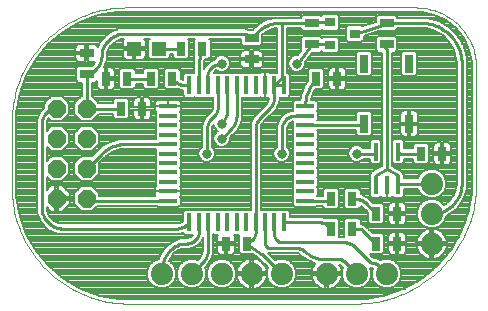
<source format=gtl>
G75*
%MOIN*%
%OFA0B0*%
%FSLAX24Y24*%
%IPPOS*%
%LPD*%
%AMOC8*
5,1,8,0,0,1.08239X$1,22.5*
%
%ADD10C,0.0000*%
%ADD11R,0.0315X0.0472*%
%ADD12R,0.0472X0.0315*%
%ADD13R,0.0157X0.0591*%
%ADD14C,0.0740*%
%ADD15R,0.0472X0.0472*%
%ADD16R,0.0354X0.0315*%
%ADD17R,0.0300X0.0600*%
%ADD18R,0.0591X0.0173*%
%ADD19R,0.0173X0.0591*%
%ADD20OC8,0.0600*%
%ADD21C,0.0100*%
%ADD22C,0.0320*%
%ADD23C,0.0080*%
D10*
X004045Y000140D02*
X011608Y000140D01*
X011732Y000142D01*
X011856Y000148D01*
X011979Y000157D01*
X012103Y000170D01*
X012225Y000188D01*
X012347Y000209D01*
X012469Y000233D01*
X012590Y000262D01*
X012709Y000294D01*
X012828Y000329D01*
X012945Y000369D01*
X013062Y000412D01*
X013176Y000458D01*
X013290Y000508D01*
X013402Y000562D01*
X013512Y000619D01*
X013620Y000679D01*
X013726Y000743D01*
X013831Y000810D01*
X013933Y000880D01*
X014033Y000953D01*
X014131Y001029D01*
X014226Y001108D01*
X014319Y001190D01*
X014409Y001275D01*
X014497Y001363D01*
X014582Y001453D01*
X014664Y001546D01*
X014743Y001641D01*
X014819Y001739D01*
X014892Y001839D01*
X014962Y001941D01*
X015029Y002046D01*
X015093Y002152D01*
X015153Y002260D01*
X015210Y002370D01*
X015264Y002482D01*
X015314Y002596D01*
X015360Y002710D01*
X015403Y002827D01*
X015443Y002944D01*
X015478Y003063D01*
X015510Y003182D01*
X015539Y003303D01*
X015563Y003425D01*
X015584Y003547D01*
X015602Y003669D01*
X015615Y003793D01*
X015624Y003916D01*
X015630Y004040D01*
X015632Y004164D01*
X015632Y007984D01*
X015630Y008072D01*
X015624Y008161D01*
X015615Y008248D01*
X015601Y008336D01*
X015584Y008423D01*
X015563Y008508D01*
X015538Y008593D01*
X015510Y008677D01*
X015478Y008759D01*
X015442Y008840D01*
X015403Y008920D01*
X015361Y008997D01*
X015315Y009073D01*
X015266Y009146D01*
X015213Y009217D01*
X015158Y009286D01*
X015100Y009353D01*
X015039Y009417D01*
X014975Y009478D01*
X014908Y009536D01*
X014839Y009591D01*
X014768Y009644D01*
X014695Y009693D01*
X014619Y009739D01*
X014542Y009781D01*
X014462Y009820D01*
X014381Y009856D01*
X014299Y009888D01*
X014215Y009916D01*
X014130Y009941D01*
X014045Y009962D01*
X013958Y009979D01*
X013870Y009993D01*
X013783Y010002D01*
X013694Y010008D01*
X013606Y010010D01*
X003963Y010010D01*
X003840Y010008D01*
X003718Y010002D01*
X003596Y009992D01*
X003474Y009979D01*
X003353Y009961D01*
X003232Y009940D01*
X003112Y009914D01*
X002993Y009885D01*
X002875Y009852D01*
X002758Y009815D01*
X002643Y009775D01*
X002528Y009731D01*
X002416Y009683D01*
X002304Y009631D01*
X002195Y009576D01*
X002087Y009518D01*
X001981Y009456D01*
X001877Y009391D01*
X001776Y009323D01*
X001676Y009251D01*
X001579Y009176D01*
X001485Y009098D01*
X001393Y009017D01*
X001303Y008933D01*
X001217Y008847D01*
X001133Y008757D01*
X001052Y008665D01*
X000974Y008571D01*
X000899Y008474D01*
X000827Y008374D01*
X000759Y008273D01*
X000694Y008169D01*
X000632Y008063D01*
X000574Y007955D01*
X000519Y007846D01*
X000467Y007734D01*
X000419Y007622D01*
X000375Y007507D01*
X000335Y007392D01*
X000298Y007275D01*
X000265Y007157D01*
X000236Y007038D01*
X000210Y006918D01*
X000189Y006797D01*
X000171Y006676D01*
X000158Y006554D01*
X000148Y006432D01*
X000142Y006310D01*
X000140Y006187D01*
X000140Y004045D01*
X000142Y003922D01*
X000148Y003800D01*
X000157Y003678D01*
X000171Y003556D01*
X000188Y003434D01*
X000209Y003313D01*
X000234Y003193D01*
X000263Y003074D01*
X000295Y002956D01*
X000331Y002838D01*
X000371Y002722D01*
X000414Y002607D01*
X000461Y002494D01*
X000512Y002382D01*
X000566Y002272D01*
X000623Y002164D01*
X000684Y002057D01*
X000748Y001953D01*
X000815Y001850D01*
X000886Y001750D01*
X000959Y001652D01*
X001036Y001556D01*
X001116Y001463D01*
X001198Y001372D01*
X001284Y001284D01*
X001372Y001198D01*
X001463Y001116D01*
X001556Y001036D01*
X001652Y000959D01*
X001750Y000886D01*
X001850Y000815D01*
X001953Y000748D01*
X002057Y000684D01*
X002164Y000623D01*
X002272Y000566D01*
X002382Y000512D01*
X002494Y000461D01*
X002607Y000414D01*
X002722Y000371D01*
X002838Y000331D01*
X002956Y000295D01*
X003074Y000263D01*
X003193Y000234D01*
X003313Y000209D01*
X003434Y000188D01*
X003556Y000171D01*
X003678Y000157D01*
X003800Y000148D01*
X003922Y000142D01*
X004045Y000140D01*
D11*
X007286Y002140D03*
X007994Y002140D03*
X010786Y002640D03*
X011494Y002640D03*
X012286Y002140D03*
X012994Y002140D03*
X012994Y003140D03*
X012286Y003140D03*
X011494Y003640D03*
X010786Y003640D03*
X013786Y005140D03*
X014494Y005140D03*
X010994Y007640D03*
X010286Y007640D03*
X006494Y008640D03*
X005786Y008640D03*
X005494Y007640D03*
X004786Y007640D03*
X003994Y007640D03*
X003286Y007640D03*
X003786Y006640D03*
X004494Y006640D03*
D12*
X002640Y007786D03*
X002640Y008494D03*
X008140Y008286D03*
X008140Y008994D03*
X010140Y008786D03*
X010140Y009494D03*
X012640Y009494D03*
X012640Y008786D03*
D13*
X012270Y005202D03*
X013018Y005202D03*
X013018Y004080D03*
X012644Y004080D03*
X012270Y004080D03*
D14*
X014140Y004140D03*
X014140Y003140D03*
X014140Y002140D03*
X012640Y001140D03*
X011640Y001140D03*
X010640Y001140D03*
X009140Y001140D03*
X008140Y001140D03*
X007140Y001140D03*
X006140Y001140D03*
X005140Y001140D03*
D15*
X005053Y008640D03*
X004227Y008640D03*
D16*
X010746Y008766D03*
X011573Y009140D03*
X010746Y009514D03*
D17*
X011890Y008140D03*
X013390Y008140D03*
X013390Y006140D03*
X011890Y006140D03*
D18*
X009923Y006085D03*
X009923Y006400D03*
X009923Y006715D03*
X009923Y005770D03*
X009923Y005455D03*
X009923Y005140D03*
X009923Y004825D03*
X009923Y004510D03*
X009923Y004195D03*
X009923Y003880D03*
X009923Y003565D03*
X005357Y003565D03*
X005357Y003880D03*
X005357Y004195D03*
X005357Y004510D03*
X005357Y004825D03*
X005357Y005140D03*
X005357Y005455D03*
X005357Y005770D03*
X005357Y006085D03*
X005357Y006400D03*
X005357Y006715D03*
D19*
X006065Y007423D03*
X006380Y007423D03*
X006695Y007423D03*
X007010Y007423D03*
X007325Y007423D03*
X007640Y007423D03*
X007955Y007423D03*
X008270Y007423D03*
X008585Y007423D03*
X008900Y007423D03*
X009215Y007423D03*
X009215Y002857D03*
X008900Y002857D03*
X008585Y002857D03*
X008270Y002857D03*
X007955Y002857D03*
X007640Y002857D03*
X007325Y002857D03*
X007010Y002857D03*
X006695Y002857D03*
X006380Y002857D03*
X006065Y002857D03*
D20*
X002640Y003640D03*
X001640Y003640D03*
X001640Y004640D03*
X002640Y004640D03*
X002640Y005640D03*
X001640Y005640D03*
X001640Y006640D03*
X002640Y006640D03*
D21*
X003786Y006640D01*
X002640Y006640D02*
X002640Y007786D01*
X002786Y007786D01*
X002933Y007933D01*
X002967Y007970D01*
X002999Y008009D01*
X003028Y008051D01*
X003054Y008094D01*
X003076Y008139D01*
X003095Y008186D01*
X003111Y008234D01*
X003124Y008283D01*
X003133Y008332D01*
X003138Y008383D01*
X003140Y008433D01*
X003313Y008849D02*
X003388Y008925D01*
X003907Y009140D02*
X007788Y009140D01*
X008140Y008994D02*
X008350Y009204D01*
X009050Y009494D02*
X009140Y009494D01*
X009140Y007664D01*
X008900Y007423D01*
X008900Y007091D01*
X008900Y007423D02*
X009215Y007423D01*
X010173Y007484D02*
X010286Y007640D01*
X009786Y008286D02*
X009640Y008140D01*
X009786Y008286D02*
X010140Y008786D01*
X010553Y008786D01*
X010746Y008766D01*
X011573Y009140D02*
X012719Y009494D01*
X013786Y009494D01*
X012719Y009494D02*
X012640Y009494D01*
X012640Y008786D02*
X012494Y008786D01*
X012640Y008640D01*
X012640Y004640D01*
X013018Y004412D01*
X013018Y004080D01*
X013078Y004140D01*
X014140Y004140D01*
X014140Y003140D02*
X014200Y003142D01*
X014261Y003147D01*
X014320Y003156D01*
X014379Y003169D01*
X014438Y003185D01*
X014495Y003205D01*
X014550Y003228D01*
X014605Y003255D01*
X014657Y003284D01*
X014708Y003317D01*
X014757Y003353D01*
X014803Y003391D01*
X014847Y003433D01*
X014889Y003477D01*
X014927Y003523D01*
X014963Y003572D01*
X014996Y003623D01*
X015025Y003675D01*
X015052Y003730D01*
X015075Y003785D01*
X015095Y003842D01*
X015111Y003901D01*
X015124Y003960D01*
X015133Y004019D01*
X015138Y004080D01*
X015140Y004140D01*
X015140Y008140D01*
X015138Y008211D01*
X015133Y008282D01*
X015123Y008352D01*
X015110Y008422D01*
X015094Y008490D01*
X015074Y008558D01*
X015050Y008625D01*
X015023Y008691D01*
X014992Y008755D01*
X014959Y008817D01*
X014922Y008877D01*
X014881Y008936D01*
X014838Y008992D01*
X014792Y009046D01*
X014743Y009097D01*
X014692Y009146D01*
X014638Y009192D01*
X014582Y009235D01*
X014523Y009276D01*
X014463Y009313D01*
X014401Y009346D01*
X014337Y009377D01*
X014271Y009404D01*
X014204Y009428D01*
X014136Y009448D01*
X014068Y009464D01*
X013998Y009477D01*
X013928Y009487D01*
X013857Y009492D01*
X013786Y009494D01*
X010746Y009514D02*
X010160Y009514D01*
X010140Y009494D01*
X009140Y009494D01*
X008139Y008994D02*
X008107Y009024D01*
X008073Y009050D01*
X008036Y009073D01*
X007998Y009093D01*
X007958Y009110D01*
X007917Y009123D01*
X007874Y009132D01*
X007831Y009138D01*
X007788Y009140D01*
X006494Y008640D02*
X006438Y008449D01*
X006380Y008051D02*
X006380Y007423D01*
X006065Y007423D02*
X005910Y007423D01*
X005570Y007564D02*
X005494Y007640D01*
X005570Y007564D02*
X005601Y007536D01*
X005634Y007510D01*
X005669Y007487D01*
X005707Y007468D01*
X005745Y007452D01*
X005786Y007439D01*
X005826Y007430D01*
X005868Y007425D01*
X005910Y007423D01*
X007010Y007423D02*
X007010Y006673D01*
X007640Y006433D02*
X007638Y006383D01*
X007633Y006332D01*
X007624Y006283D01*
X007611Y006234D01*
X007595Y006186D01*
X007576Y006139D01*
X007554Y006094D01*
X007528Y006051D01*
X007499Y006009D01*
X007467Y005970D01*
X007433Y005933D01*
X007140Y005640D01*
X006640Y005933D02*
X006642Y005977D01*
X006648Y006020D01*
X006657Y006062D01*
X006670Y006104D01*
X006687Y006144D01*
X006707Y006183D01*
X006730Y006220D01*
X006757Y006254D01*
X006786Y006287D01*
X006786Y006286D02*
X006895Y006395D01*
X007140Y006140D02*
X007171Y006173D01*
X007199Y006208D01*
X007225Y006245D01*
X007248Y006284D01*
X007268Y006324D01*
X007285Y006366D01*
X007299Y006409D01*
X007311Y006453D01*
X007319Y006497D01*
X007323Y006542D01*
X007325Y006587D01*
X007325Y007423D01*
X006695Y007424D02*
X006678Y007464D01*
X006664Y007506D01*
X006653Y007548D01*
X006647Y007591D01*
X006644Y007635D01*
X006645Y007679D01*
X006650Y007722D01*
X006659Y007765D01*
X006672Y007807D01*
X006688Y007848D01*
X006707Y007887D01*
X006731Y007924D01*
X006757Y007959D01*
X006786Y007992D01*
X006818Y008021D01*
X006853Y008048D01*
X006889Y008072D01*
X006928Y008092D01*
X006968Y008109D01*
X007010Y008123D01*
X007053Y008132D01*
X007096Y008138D01*
X007140Y008140D01*
X006380Y008051D02*
X006382Y008118D01*
X006386Y008185D01*
X006394Y008252D01*
X006406Y008318D01*
X006420Y008384D01*
X006438Y008449D01*
X005786Y008640D02*
X005053Y008640D01*
X003907Y009140D02*
X003855Y009138D01*
X003803Y009133D01*
X003751Y009123D01*
X003700Y009110D01*
X003650Y009094D01*
X003602Y009074D01*
X003555Y009050D01*
X003510Y009023D01*
X003467Y008994D01*
X003426Y008961D01*
X003388Y008925D01*
X003313Y008849D02*
X003281Y008816D01*
X003252Y008779D01*
X003227Y008741D01*
X003204Y008700D01*
X003185Y008658D01*
X003169Y008615D01*
X003156Y008570D01*
X003147Y008525D01*
X003142Y008479D01*
X003140Y008433D01*
X003994Y007640D02*
X004786Y007640D01*
X007010Y006673D02*
X007008Y006635D01*
X007002Y006597D01*
X006993Y006559D01*
X006980Y006523D01*
X006964Y006488D01*
X006944Y006455D01*
X006921Y006424D01*
X006895Y006396D01*
X006640Y005933D02*
X006640Y005140D01*
X005357Y005455D02*
X003896Y005455D01*
X003143Y005143D02*
X002640Y004640D01*
X003143Y005143D02*
X003190Y005187D01*
X003239Y005228D01*
X003291Y005266D01*
X003345Y005301D01*
X003401Y005333D01*
X003459Y005361D01*
X003518Y005386D01*
X003579Y005407D01*
X003641Y005424D01*
X003704Y005438D01*
X003768Y005447D01*
X003832Y005453D01*
X003896Y005455D01*
X001640Y006640D02*
X001596Y006638D01*
X001553Y006632D01*
X001511Y006623D01*
X001469Y006610D01*
X001429Y006593D01*
X001390Y006573D01*
X001353Y006550D01*
X001319Y006523D01*
X001286Y006494D01*
X001257Y006461D01*
X001230Y006427D01*
X001207Y006390D01*
X001187Y006351D01*
X001170Y006311D01*
X001157Y006269D01*
X001148Y006227D01*
X001142Y006184D01*
X001140Y006140D01*
X001140Y003347D01*
X001142Y003297D01*
X001147Y003246D01*
X001156Y003197D01*
X001169Y003148D01*
X001185Y003100D01*
X001204Y003053D01*
X001226Y003008D01*
X001252Y002965D01*
X001281Y002923D01*
X001313Y002884D01*
X001347Y002847D01*
X001384Y002813D01*
X001423Y002781D01*
X001465Y002752D01*
X001508Y002726D01*
X001553Y002704D01*
X001600Y002685D01*
X001648Y002669D01*
X001697Y002656D01*
X001746Y002647D01*
X001797Y002642D01*
X001847Y002640D01*
X005624Y002640D01*
X005933Y002140D02*
X005977Y002142D01*
X006020Y002148D01*
X006062Y002157D01*
X006104Y002170D01*
X006144Y002187D01*
X006183Y002207D01*
X006220Y002230D01*
X006254Y002257D01*
X006287Y002286D01*
X006380Y002513D02*
X006380Y002857D01*
X006065Y002857D02*
X006007Y002799D01*
X006380Y002513D02*
X006378Y002482D01*
X006374Y002451D01*
X006366Y002420D01*
X006356Y002391D01*
X006342Y002362D01*
X006326Y002335D01*
X006307Y002310D01*
X006286Y002287D01*
X006695Y001990D02*
X006693Y001939D01*
X006688Y001889D01*
X006679Y001839D01*
X006666Y001790D01*
X006650Y001742D01*
X006631Y001695D01*
X006608Y001649D01*
X006582Y001606D01*
X006553Y001564D01*
X006521Y001524D01*
X006487Y001487D01*
X006140Y001140D01*
X005140Y001226D02*
X005142Y001286D01*
X005147Y001347D01*
X005156Y001406D01*
X005169Y001465D01*
X005185Y001524D01*
X005205Y001581D01*
X005228Y001636D01*
X005255Y001691D01*
X005284Y001743D01*
X005317Y001794D01*
X005353Y001843D01*
X005391Y001889D01*
X005433Y001933D01*
X005470Y001967D01*
X005509Y001999D01*
X005551Y002028D01*
X005594Y002054D01*
X005639Y002076D01*
X005686Y002095D01*
X005734Y002111D01*
X005783Y002124D01*
X005832Y002133D01*
X005883Y002138D01*
X005933Y002140D01*
X006695Y001990D02*
X006695Y002857D01*
X006007Y002799D02*
X005976Y002770D01*
X005943Y002744D01*
X005907Y002720D01*
X005870Y002699D01*
X005831Y002681D01*
X005791Y002667D01*
X005751Y002655D01*
X005709Y002647D01*
X005667Y002642D01*
X005624Y002640D01*
X005357Y003565D02*
X002715Y003565D01*
X002640Y003640D01*
X005140Y001226D02*
X005140Y001140D01*
X007994Y002140D02*
X008468Y001804D01*
X008517Y001763D02*
X009140Y001140D01*
X009632Y001990D02*
X009669Y001988D01*
X009706Y001983D01*
X009743Y001974D01*
X009778Y001961D01*
X009812Y001945D01*
X009844Y001926D01*
X009874Y001904D01*
X009901Y001878D01*
X009902Y001878D02*
X010114Y001737D01*
X010293Y001662D01*
X010405Y001640D01*
X010933Y001640D01*
X011180Y002190D02*
X011229Y002188D01*
X011278Y002182D01*
X011326Y002173D01*
X011373Y002159D01*
X011420Y002142D01*
X011464Y002122D01*
X011507Y002098D01*
X011548Y002070D01*
X011587Y002040D01*
X011623Y002007D01*
X012096Y001534D01*
X012114Y001519D01*
X012134Y001506D01*
X012156Y001497D01*
X012179Y001492D01*
X012202Y001490D01*
X012352Y001428D02*
X012640Y001140D01*
X012352Y001428D02*
X012331Y001446D01*
X012308Y001462D01*
X012283Y001474D01*
X012257Y001483D01*
X012230Y001488D01*
X012202Y001490D01*
X011640Y001140D02*
X011286Y001494D01*
X011287Y001494D02*
X011254Y001523D01*
X011220Y001550D01*
X011183Y001573D01*
X011144Y001593D01*
X011104Y001610D01*
X011062Y001623D01*
X011020Y001632D01*
X010977Y001638D01*
X010933Y001640D01*
X011180Y002190D02*
X009145Y002190D01*
X009115Y002192D01*
X009086Y002197D01*
X009058Y002206D01*
X009031Y002218D01*
X009006Y002233D01*
X008983Y002252D01*
X008962Y002273D01*
X008943Y002296D01*
X008928Y002321D01*
X008916Y002348D01*
X008907Y002376D01*
X008902Y002405D01*
X008900Y002435D01*
X008900Y002857D01*
X009215Y002857D02*
X010370Y002857D01*
X010710Y002716D02*
X010786Y002640D01*
X010710Y002716D02*
X010679Y002744D01*
X010646Y002770D01*
X010611Y002793D01*
X010573Y002812D01*
X010535Y002828D01*
X010494Y002841D01*
X010454Y002850D01*
X010412Y002855D01*
X010370Y002857D01*
X010711Y003565D02*
X009923Y003565D01*
X010711Y003565D02*
X010786Y003640D01*
X011494Y003640D02*
X011570Y003640D01*
X011938Y003487D02*
X012286Y003140D01*
X011938Y003487D02*
X011908Y003515D01*
X011876Y003540D01*
X011842Y003563D01*
X011807Y003583D01*
X011769Y003600D01*
X011731Y003615D01*
X011692Y003626D01*
X011652Y003634D01*
X011611Y003638D01*
X011570Y003640D01*
X012270Y004080D02*
X012270Y004420D01*
X012640Y004640D01*
X012208Y005140D02*
X011640Y005140D01*
X012208Y005140D02*
X012270Y005202D01*
X013018Y005202D02*
X013080Y005140D01*
X013786Y005140D01*
X011890Y006140D02*
X011835Y006085D01*
X009923Y006085D01*
X009296Y006296D02*
X009268Y006265D01*
X009242Y006232D01*
X009219Y006197D01*
X009198Y006161D01*
X009181Y006123D01*
X009166Y006084D01*
X009155Y006043D01*
X009147Y006002D01*
X009142Y005961D01*
X009140Y005919D01*
X009140Y005140D01*
X009296Y006296D02*
X009321Y006320D01*
X009349Y006340D01*
X009379Y006358D01*
X009411Y006373D01*
X009443Y006385D01*
X009477Y006393D01*
X009511Y006398D01*
X009546Y006400D01*
X009923Y006400D01*
X008694Y006594D02*
X008394Y006294D01*
X008290Y006044D02*
X008290Y002610D01*
X008270Y002590D01*
X008270Y002509D01*
X008270Y002590D02*
X008270Y002857D01*
X008585Y002857D02*
X008585Y002150D01*
X008587Y002127D01*
X008591Y002105D01*
X008599Y002084D01*
X008610Y002063D01*
X008624Y002045D01*
X008640Y002029D01*
X008658Y002015D01*
X008679Y002004D01*
X008700Y001996D01*
X008722Y001992D01*
X008745Y001990D01*
X009632Y001990D01*
X008517Y001763D02*
X008493Y001785D01*
X008467Y001804D01*
X008158Y002273D02*
X007994Y002140D01*
X008158Y002272D02*
X008183Y002295D01*
X008205Y002321D01*
X008224Y002348D01*
X008240Y002378D01*
X008253Y002409D01*
X008263Y002442D01*
X008268Y002475D01*
X008270Y002509D01*
X011494Y002640D02*
X011725Y002640D01*
X011828Y002597D02*
X012286Y002140D01*
X011828Y002597D02*
X011811Y002612D01*
X011791Y002624D01*
X011770Y002633D01*
X011748Y002638D01*
X011725Y002640D01*
X008290Y006044D02*
X008292Y006079D01*
X008297Y006113D01*
X008305Y006147D01*
X008317Y006179D01*
X008332Y006211D01*
X008350Y006241D01*
X008370Y006269D01*
X008394Y006294D01*
X007640Y006433D02*
X007640Y007423D01*
X008900Y007091D02*
X008898Y007041D01*
X008893Y006991D01*
X008884Y006942D01*
X008872Y006893D01*
X008856Y006846D01*
X008837Y006799D01*
X008814Y006755D01*
X008789Y006711D01*
X008760Y006670D01*
X008729Y006631D01*
X008694Y006595D01*
X009923Y006715D02*
X009925Y006784D01*
X009930Y006852D01*
X009939Y006920D01*
X009952Y006987D01*
X009968Y007054D01*
X009987Y007120D01*
X010010Y007184D01*
X010036Y007248D01*
X010065Y007309D01*
X010098Y007370D01*
X010134Y007428D01*
X010172Y007485D01*
X009050Y009494D02*
X008990Y009492D01*
X008931Y009487D01*
X008872Y009478D01*
X008813Y009465D01*
X008755Y009449D01*
X008699Y009430D01*
X008644Y009407D01*
X008590Y009381D01*
X008538Y009351D01*
X008488Y009319D01*
X008439Y009283D01*
X008394Y009245D01*
X008350Y009204D01*
D22*
X007140Y008140D03*
X009640Y008140D03*
X007140Y006140D03*
X007140Y005640D03*
X006640Y005140D03*
X009140Y005140D03*
X011640Y005140D03*
D23*
X004650Y001111D02*
X001707Y001111D01*
X001800Y001033D02*
X004654Y001033D01*
X004650Y001043D02*
X004725Y000862D01*
X004862Y000725D01*
X005043Y000650D01*
X005237Y000650D01*
X005418Y000725D01*
X005555Y000862D01*
X005630Y001043D01*
X005630Y001237D01*
X005555Y001418D01*
X005418Y001555D01*
X005387Y001568D01*
X005482Y001731D01*
X005553Y001813D01*
X005634Y001879D01*
X005828Y001960D01*
X005933Y001970D01*
X006066Y001970D01*
X006312Y002072D01*
X006312Y002072D01*
X006407Y002166D01*
X006456Y002216D01*
X006476Y002235D01*
X006525Y002355D01*
X006525Y001990D01*
X006520Y001919D01*
X006484Y001783D01*
X006413Y001660D01*
X006367Y001607D01*
X006345Y001585D01*
X006237Y001630D01*
X006043Y001630D01*
X005862Y001555D01*
X005725Y001418D01*
X005650Y001237D01*
X005650Y001043D01*
X005725Y000862D01*
X005862Y000725D01*
X006043Y000650D01*
X006237Y000650D01*
X006418Y000725D01*
X006555Y000862D01*
X006630Y001043D01*
X006630Y001237D01*
X006585Y001345D01*
X006607Y001367D01*
X006689Y001449D01*
X006805Y001650D01*
X006865Y001874D01*
X006865Y002450D01*
X006874Y002441D01*
X007004Y002441D01*
X006998Y002430D01*
X006988Y002395D01*
X006988Y002179D01*
X007247Y002179D01*
X007247Y002101D01*
X007324Y002101D01*
X007324Y001764D01*
X007462Y001764D01*
X007497Y001773D01*
X007529Y001792D01*
X007555Y001818D01*
X007574Y001850D01*
X007583Y001885D01*
X007583Y002101D01*
X007324Y002101D01*
X007324Y002179D01*
X007583Y002179D01*
X007583Y002395D01*
X007574Y002430D01*
X007567Y002441D01*
X007732Y002441D01*
X007717Y002426D01*
X007717Y001854D01*
X007787Y001784D01*
X008202Y001784D01*
X008329Y001695D01*
X008370Y001666D01*
X008384Y001655D01*
X008397Y001643D01*
X008695Y001345D01*
X008650Y001237D01*
X008650Y001043D01*
X008725Y000862D01*
X008862Y000725D01*
X009043Y000650D01*
X009237Y000650D01*
X009418Y000725D01*
X009555Y000862D01*
X009630Y001043D01*
X009630Y001237D01*
X009555Y001418D01*
X009418Y001555D01*
X009237Y001630D01*
X009043Y001630D01*
X008935Y001585D01*
X008700Y001820D01*
X009632Y001820D01*
X009673Y001816D01*
X009747Y001786D01*
X009749Y001776D01*
X009793Y001746D01*
X009831Y001708D01*
X009850Y001708D01*
X009976Y001624D01*
X009984Y001607D01*
X010033Y001586D01*
X010078Y001556D01*
X010096Y001560D01*
X010181Y001525D01*
X010191Y001509D01*
X010244Y001499D01*
X010268Y001489D01*
X010251Y001472D01*
X010204Y001407D01*
X010167Y001336D01*
X010143Y001259D01*
X010130Y001180D01*
X010600Y001180D01*
X010600Y001100D01*
X010680Y001100D01*
X010680Y001180D01*
X011150Y001180D01*
X011150Y001180D01*
X011137Y001259D01*
X011113Y001336D01*
X011076Y001407D01*
X011052Y001441D01*
X011116Y001414D01*
X011166Y001373D01*
X011195Y001345D01*
X011150Y001237D01*
X011150Y001043D01*
X011225Y000862D01*
X011362Y000725D01*
X011543Y000650D01*
X011737Y000650D01*
X011918Y000725D01*
X012055Y000862D01*
X012130Y001043D01*
X012130Y001237D01*
X012087Y001341D01*
X012127Y001325D01*
X012132Y001320D01*
X012184Y001320D01*
X012150Y001237D01*
X012150Y001043D01*
X012225Y000862D01*
X012362Y000725D01*
X012543Y000650D01*
X012737Y000650D01*
X012918Y000725D01*
X013055Y000862D01*
X013130Y001043D01*
X013130Y001237D01*
X013055Y001418D01*
X012918Y001555D01*
X012737Y001630D01*
X012543Y001630D01*
X012435Y001585D01*
X012419Y001602D01*
X012419Y001602D01*
X012278Y001660D01*
X012210Y001660D01*
X012166Y001704D01*
X012087Y001784D01*
X012493Y001784D01*
X012563Y001854D01*
X012563Y002426D01*
X012493Y002496D01*
X012170Y002496D01*
X011899Y002767D01*
X011891Y002767D01*
X011801Y002805D01*
X011796Y002810D01*
X011772Y002810D01*
X011772Y002926D01*
X011702Y002996D01*
X011287Y002996D01*
X011217Y002926D01*
X011217Y002360D01*
X011063Y002360D01*
X011063Y002926D01*
X010993Y002996D01*
X010578Y002996D01*
X010577Y002995D01*
X010576Y002995D01*
X010577Y002995D02*
X010499Y003027D01*
X009421Y003027D01*
X009421Y003202D01*
X009351Y003272D01*
X009078Y003272D01*
X009057Y003251D01*
X009036Y003272D01*
X008764Y003272D01*
X008742Y003251D01*
X008721Y003272D01*
X008460Y003272D01*
X008460Y006044D01*
X008464Y006079D01*
X008491Y006146D01*
X008514Y006173D01*
X008564Y006223D01*
X008765Y006424D01*
X008814Y006474D01*
X008937Y006597D01*
X009070Y006917D01*
X009070Y007017D01*
X009078Y007008D01*
X009351Y007008D01*
X009421Y007078D01*
X009421Y007768D01*
X009351Y007839D01*
X009310Y007839D01*
X009310Y009324D01*
X009784Y009324D01*
X009784Y009287D01*
X009854Y009217D01*
X010426Y009217D01*
X010483Y009273D01*
X010519Y009237D01*
X010973Y009237D01*
X011043Y009307D01*
X011043Y009721D01*
X010973Y009791D01*
X010519Y009791D01*
X010463Y009735D01*
X010426Y009772D01*
X009854Y009772D01*
X009784Y009702D01*
X009784Y009664D01*
X008897Y009664D01*
X008602Y009585D01*
X008338Y009433D01*
X008338Y009433D01*
X008280Y009374D01*
X008263Y009358D01*
X008230Y009325D01*
X008180Y009275D01*
X008177Y009272D01*
X008013Y009272D01*
X007921Y009310D01*
X003727Y009310D01*
X003395Y009172D01*
X003318Y009095D01*
X003318Y009095D01*
X003267Y009044D01*
X003242Y009019D01*
X003235Y009012D01*
X003218Y008996D01*
X003143Y008920D01*
X003086Y008863D01*
X003086Y008863D01*
X003012Y008686D01*
X003007Y008706D01*
X002988Y008738D01*
X002962Y008764D01*
X002930Y008782D01*
X002895Y008792D01*
X002679Y008792D01*
X002679Y008533D01*
X002601Y008533D01*
X002601Y008456D01*
X002264Y008456D01*
X002264Y008318D01*
X002273Y008283D01*
X002292Y008251D01*
X002318Y008225D01*
X002350Y008206D01*
X002385Y008197D01*
X002601Y008197D01*
X002601Y008456D01*
X002679Y008456D01*
X002679Y008197D01*
X002895Y008197D01*
X002907Y008200D01*
X002879Y008134D01*
X002821Y008063D01*
X002354Y008063D01*
X002284Y007993D01*
X002284Y007578D01*
X002354Y007508D01*
X002470Y007508D01*
X002470Y007060D01*
X002466Y007060D01*
X002220Y006814D01*
X002220Y006466D01*
X002466Y006220D01*
X002814Y006220D01*
X003060Y006466D01*
X003060Y006470D01*
X003508Y006470D01*
X003508Y006354D01*
X003578Y006284D01*
X003993Y006284D01*
X004063Y006354D01*
X004063Y006926D01*
X003993Y006996D01*
X003578Y006996D01*
X003508Y006926D01*
X003508Y006810D01*
X003060Y006810D01*
X003060Y006814D01*
X002814Y007060D01*
X002810Y007060D01*
X002810Y007508D01*
X002926Y007508D01*
X002988Y007570D01*
X002988Y007385D01*
X002998Y007350D01*
X003016Y007318D01*
X003042Y007292D01*
X003074Y007273D01*
X003110Y007264D01*
X003247Y007264D01*
X003247Y007601D01*
X003324Y007601D01*
X003324Y007264D01*
X003462Y007264D01*
X003497Y007273D01*
X003529Y007292D01*
X003555Y007318D01*
X003574Y007350D01*
X003583Y007385D01*
X003583Y007601D01*
X003324Y007601D01*
X003324Y007679D01*
X003247Y007679D01*
X003247Y008016D01*
X003210Y008016D01*
X003310Y008258D01*
X003310Y008433D01*
X003318Y008515D01*
X003381Y008666D01*
X003433Y008729D01*
X003459Y008755D01*
X003476Y008772D01*
X003483Y008779D01*
X003508Y008805D01*
X003508Y008805D01*
X003594Y008875D01*
X003797Y008959D01*
X003884Y008968D01*
X003878Y008962D01*
X003860Y008930D01*
X003850Y008895D01*
X003850Y008680D01*
X004187Y008680D01*
X004187Y008600D01*
X004267Y008600D01*
X004267Y008680D01*
X004603Y008680D01*
X004603Y008895D01*
X004593Y008930D01*
X004575Y008962D01*
X004567Y008970D01*
X004741Y008970D01*
X004697Y008926D01*
X004697Y008354D01*
X004767Y008284D01*
X005339Y008284D01*
X005410Y008354D01*
X005410Y008470D01*
X005508Y008470D01*
X005508Y008354D01*
X005578Y008284D01*
X005993Y008284D01*
X006063Y008354D01*
X006063Y008926D01*
X006019Y008970D01*
X006261Y008970D01*
X006217Y008926D01*
X006217Y008354D01*
X006229Y008342D01*
X006210Y008279D01*
X006210Y007830D01*
X006202Y007839D01*
X005929Y007839D01*
X005859Y007768D01*
X005859Y007599D01*
X005849Y007599D01*
X005772Y007632D01*
X005772Y007926D01*
X005702Y007996D01*
X005287Y007996D01*
X005217Y007926D01*
X005217Y007354D01*
X005287Y007284D01*
X005702Y007284D01*
X005703Y007285D01*
X005781Y007253D01*
X005859Y007253D01*
X005859Y007078D01*
X005929Y007008D01*
X006202Y007008D01*
X006223Y007029D01*
X006244Y007008D01*
X006516Y007008D01*
X006538Y007029D01*
X006559Y007008D01*
X006831Y007008D01*
X006840Y007017D01*
X006840Y006673D01*
X006836Y006629D01*
X006803Y006549D01*
X006775Y006515D01*
X006725Y006466D01*
X006716Y006456D01*
X006671Y006412D01*
X006666Y006407D01*
X006572Y006312D01*
X006470Y006066D01*
X006470Y005366D01*
X006403Y005299D01*
X006360Y005196D01*
X006360Y005084D01*
X006403Y004981D01*
X006481Y004903D01*
X006584Y004860D01*
X006696Y004860D01*
X006799Y004903D01*
X006877Y004981D01*
X006920Y005084D01*
X006920Y005196D01*
X006877Y005299D01*
X006810Y005366D01*
X006810Y005933D01*
X006816Y005997D01*
X006860Y006103D01*
X006860Y006084D01*
X006903Y005981D01*
X006981Y005903D01*
X007012Y005890D01*
X006981Y005877D01*
X006903Y005799D01*
X006860Y005696D01*
X006860Y005584D01*
X006903Y005481D01*
X006981Y005403D01*
X007084Y005360D01*
X007196Y005360D01*
X007299Y005403D01*
X007377Y005481D01*
X007420Y005584D01*
X007420Y005680D01*
X007603Y005862D01*
X007603Y005862D01*
X007676Y005936D01*
X007810Y006258D01*
X007810Y007017D01*
X007819Y007008D01*
X008091Y007008D01*
X008112Y007029D01*
X008134Y007008D01*
X008406Y007008D01*
X008414Y007015D01*
X008444Y006998D01*
X008480Y006988D01*
X008582Y006988D01*
X008582Y007420D01*
X008588Y007420D01*
X008588Y006988D01*
X008690Y006988D01*
X008721Y006996D01*
X008720Y006987D01*
X008640Y006795D01*
X008574Y006714D01*
X008524Y006665D01*
X008524Y006665D01*
X008323Y006464D01*
X008273Y006414D01*
X008200Y006340D01*
X008120Y006148D01*
X008120Y003258D01*
X008112Y003251D01*
X008091Y003272D01*
X007819Y003272D01*
X007797Y003251D01*
X007776Y003272D01*
X007504Y003272D01*
X007483Y003251D01*
X007461Y003272D01*
X007189Y003272D01*
X007168Y003251D01*
X007146Y003272D01*
X006874Y003272D01*
X006853Y003251D01*
X006831Y003272D01*
X006559Y003272D01*
X006538Y003251D01*
X006516Y003272D01*
X006244Y003272D01*
X006223Y003251D01*
X006202Y003272D01*
X005929Y003272D01*
X005859Y003202D01*
X005859Y002895D01*
X005831Y002873D01*
X005697Y002817D01*
X005624Y002810D01*
X001847Y002810D01*
X001742Y002820D01*
X001549Y002901D01*
X001401Y003049D01*
X001320Y003242D01*
X001310Y003347D01*
X001310Y003348D01*
X001458Y003200D01*
X001600Y003200D01*
X001600Y003600D01*
X001680Y003600D01*
X001680Y003680D01*
X001600Y003680D01*
X001600Y004080D01*
X001458Y004080D01*
X001310Y003932D01*
X001310Y004376D01*
X001466Y004220D01*
X001814Y004220D01*
X002060Y004466D01*
X002060Y004814D01*
X001814Y005060D01*
X001466Y005060D01*
X001310Y004904D01*
X001310Y005376D01*
X001466Y005220D01*
X001814Y005220D01*
X002060Y005466D01*
X002060Y005814D01*
X001814Y006060D01*
X001466Y006060D01*
X001310Y005904D01*
X001310Y006140D01*
X001316Y006204D01*
X001365Y006321D01*
X001466Y006220D01*
X001814Y006220D01*
X002060Y006466D01*
X002060Y006814D01*
X001814Y007060D01*
X001466Y007060D01*
X001220Y006814D01*
X001220Y006668D01*
X001072Y006520D01*
X001072Y006520D01*
X000970Y006273D01*
X000970Y003173D01*
X001104Y002850D01*
X001350Y002604D01*
X001673Y002470D01*
X005766Y002470D01*
X005861Y002509D01*
X005929Y002441D01*
X006190Y002441D01*
X006185Y002429D01*
X006166Y002407D01*
X006116Y002366D01*
X005997Y002316D01*
X005933Y002310D01*
X005758Y002310D01*
X005436Y002176D01*
X005362Y002103D01*
X005358Y002098D01*
X005313Y002053D01*
X005313Y002053D01*
X005263Y002003D01*
X005204Y001944D01*
X005050Y001677D01*
X005036Y001627D01*
X004862Y001555D01*
X004725Y001418D01*
X004650Y001237D01*
X004650Y001043D01*
X004687Y000954D02*
X001898Y000954D01*
X001886Y000961D02*
X001383Y001383D01*
X000961Y001886D01*
X000633Y002454D01*
X000408Y003071D01*
X000294Y003717D01*
X000280Y004045D01*
X000280Y006187D01*
X000294Y006508D01*
X000406Y007140D01*
X000625Y007743D01*
X000946Y008299D01*
X001359Y008791D01*
X001851Y009204D01*
X002407Y009525D01*
X003010Y009745D01*
X003642Y009856D01*
X003963Y009870D01*
X013606Y009870D01*
X013818Y009858D01*
X014229Y009764D01*
X014610Y009581D01*
X014940Y009318D01*
X015203Y008988D01*
X015386Y008607D01*
X015480Y008195D01*
X015492Y007984D01*
X015492Y004164D01*
X015477Y003826D01*
X015360Y003159D01*
X015128Y002523D01*
X014790Y001936D01*
X014354Y001418D01*
X013836Y000982D01*
X013249Y000644D01*
X012613Y000412D01*
X011946Y000295D01*
X011608Y000280D01*
X004045Y000280D01*
X003717Y000294D01*
X003071Y000408D01*
X002454Y000633D01*
X001886Y000961D01*
X002033Y000876D02*
X004719Y000876D01*
X004790Y000797D02*
X002169Y000797D01*
X002305Y000719D02*
X004877Y000719D01*
X005403Y000719D02*
X005877Y000719D01*
X005790Y000797D02*
X005490Y000797D01*
X005561Y000876D02*
X005719Y000876D01*
X005687Y000954D02*
X005593Y000954D01*
X005626Y001033D02*
X005654Y001033D01*
X005650Y001111D02*
X005630Y001111D01*
X005630Y001190D02*
X005650Y001190D01*
X005663Y001268D02*
X005617Y001268D01*
X005585Y001347D02*
X005695Y001347D01*
X005732Y001425D02*
X005548Y001425D01*
X005469Y001504D02*
X005811Y001504D01*
X005927Y001582D02*
X005395Y001582D01*
X005441Y001661D02*
X006413Y001661D01*
X006459Y001739D02*
X005488Y001739D01*
X005553Y001813D02*
X005553Y001813D01*
X005559Y001818D02*
X006493Y001818D01*
X006514Y001896D02*
X005674Y001896D01*
X005391Y002132D02*
X000819Y002132D01*
X000774Y002210D02*
X005517Y002210D01*
X005436Y002176D02*
X005436Y002176D01*
X005362Y002103D02*
X005362Y002103D01*
X005313Y002053D02*
X000864Y002053D01*
X000910Y001975D02*
X005234Y001975D01*
X005263Y002003D02*
X005263Y002003D01*
X005204Y001944D02*
X005204Y001944D01*
X005176Y001896D02*
X000955Y001896D01*
X001018Y001818D02*
X005131Y001818D01*
X005085Y001739D02*
X001084Y001739D01*
X001150Y001661D02*
X005045Y001661D01*
X005050Y001677D02*
X005050Y001677D01*
X004927Y001582D02*
X001216Y001582D01*
X001281Y001504D02*
X004811Y001504D01*
X004732Y001425D02*
X001347Y001425D01*
X001426Y001347D02*
X004695Y001347D01*
X004663Y001268D02*
X001520Y001268D01*
X001613Y001190D02*
X004650Y001190D01*
X003537Y000326D02*
X012123Y000326D01*
X011903Y000719D02*
X012377Y000719D01*
X012290Y000797D02*
X011990Y000797D01*
X012061Y000876D02*
X012219Y000876D01*
X012187Y000954D02*
X012093Y000954D01*
X012126Y001033D02*
X012154Y001033D01*
X012150Y001111D02*
X012130Y001111D01*
X012130Y001190D02*
X012150Y001190D01*
X012163Y001268D02*
X012117Y001268D01*
X012210Y001661D02*
X013965Y001661D01*
X013944Y001667D02*
X014021Y001643D01*
X014100Y001630D01*
X014100Y002100D01*
X014180Y002100D01*
X014180Y002180D01*
X014650Y002180D01*
X014650Y002180D01*
X014637Y002259D01*
X014613Y002336D01*
X014576Y002407D01*
X014529Y002472D01*
X014472Y002529D01*
X014407Y002576D01*
X014336Y002613D01*
X014259Y002637D01*
X014180Y002650D01*
X014180Y002650D01*
X014180Y002180D01*
X014100Y002180D01*
X014100Y002650D01*
X014100Y002650D01*
X014021Y002637D01*
X013944Y002613D01*
X013873Y002576D01*
X013808Y002529D01*
X013751Y002472D01*
X013704Y002407D01*
X013667Y002336D01*
X013643Y002259D01*
X013630Y002180D01*
X014100Y002180D01*
X014100Y002100D01*
X013630Y002100D01*
X013630Y002100D01*
X013643Y002021D01*
X013667Y001944D01*
X013704Y001873D01*
X013751Y001808D01*
X013808Y001751D01*
X013873Y001704D01*
X013944Y001667D01*
X013824Y001739D02*
X012131Y001739D01*
X012166Y001704D02*
X012166Y001704D01*
X012527Y001818D02*
X012725Y001818D01*
X012751Y001792D01*
X012783Y001773D01*
X012818Y001764D01*
X012956Y001764D01*
X012956Y002101D01*
X013033Y002101D01*
X013033Y001764D01*
X013170Y001764D01*
X013206Y001773D01*
X013238Y001792D01*
X013264Y001818D01*
X013282Y001850D01*
X013292Y001885D01*
X013292Y002101D01*
X013033Y002101D01*
X013033Y002179D01*
X012956Y002179D01*
X012956Y002516D01*
X012818Y002516D01*
X012783Y002507D01*
X012751Y002488D01*
X012725Y002462D01*
X012706Y002430D01*
X012697Y002395D01*
X012697Y002179D01*
X012956Y002179D01*
X012956Y002101D01*
X012697Y002101D01*
X012697Y001885D01*
X012706Y001850D01*
X012725Y001818D01*
X012697Y001896D02*
X012563Y001896D01*
X012563Y001975D02*
X012697Y001975D01*
X012697Y002053D02*
X012563Y002053D01*
X012563Y002132D02*
X012956Y002132D01*
X013033Y002132D02*
X014100Y002132D01*
X014100Y002210D02*
X014180Y002210D01*
X014180Y002132D02*
X014902Y002132D01*
X014948Y002210D02*
X014645Y002210D01*
X014628Y002289D02*
X014993Y002289D01*
X015038Y002367D02*
X014597Y002367D01*
X014548Y002446D02*
X015084Y002446D01*
X015129Y002524D02*
X014477Y002524D01*
X014356Y002603D02*
X015157Y002603D01*
X015186Y002681D02*
X014312Y002681D01*
X014237Y002650D02*
X014418Y002725D01*
X014555Y002862D01*
X014630Y003043D01*
X014630Y003069D01*
X014678Y003085D01*
X014978Y003302D01*
X015195Y003602D01*
X015310Y003955D01*
X015310Y008341D01*
X015206Y008728D01*
X015005Y009076D01*
X014722Y009360D01*
X014722Y009360D01*
X014374Y009560D01*
X013986Y009664D01*
X012996Y009664D01*
X012996Y009702D01*
X012926Y009772D01*
X012354Y009772D01*
X012284Y009702D01*
X012284Y009538D01*
X011822Y009395D01*
X011800Y009417D01*
X011346Y009417D01*
X011276Y009347D01*
X011276Y008933D01*
X011346Y008863D01*
X011800Y008863D01*
X011870Y008933D01*
X011870Y009054D01*
X012397Y009217D01*
X012926Y009217D01*
X012996Y009287D01*
X012996Y009324D01*
X013786Y009324D01*
X013940Y009314D01*
X014239Y009234D01*
X014507Y009080D01*
X014725Y008861D01*
X014880Y008593D01*
X014960Y008295D01*
X014970Y008140D01*
X014970Y004140D01*
X014960Y004010D01*
X014880Y003763D01*
X014727Y003553D01*
X014549Y003424D01*
X014418Y003555D01*
X014237Y003630D01*
X014043Y003630D01*
X013862Y003555D01*
X013725Y003418D01*
X013650Y003237D01*
X013650Y003043D01*
X013725Y002862D01*
X013862Y002725D01*
X014043Y002650D01*
X014237Y002650D01*
X014180Y002603D02*
X014100Y002603D01*
X014100Y002524D02*
X014180Y002524D01*
X014180Y002446D02*
X014100Y002446D01*
X014100Y002367D02*
X014180Y002367D01*
X014180Y002289D02*
X014100Y002289D01*
X014180Y002100D02*
X014650Y002100D01*
X014650Y002100D01*
X014637Y002021D01*
X014613Y001944D01*
X014576Y001873D01*
X014529Y001808D01*
X014472Y001751D01*
X014407Y001704D01*
X014336Y001667D01*
X014259Y001643D01*
X014180Y001630D01*
X014180Y001630D01*
X014180Y002100D01*
X014180Y002053D02*
X014100Y002053D01*
X014100Y001975D02*
X014180Y001975D01*
X014180Y001896D02*
X014100Y001896D01*
X014100Y001818D02*
X014180Y001818D01*
X014180Y001739D02*
X014100Y001739D01*
X014100Y001661D02*
X014180Y001661D01*
X014100Y001630D02*
X014100Y001630D01*
X014315Y001661D02*
X014558Y001661D01*
X014624Y001739D02*
X014456Y001739D01*
X014536Y001818D02*
X014690Y001818D01*
X014756Y001896D02*
X014588Y001896D01*
X014622Y001975D02*
X014812Y001975D01*
X014857Y002053D02*
X014643Y002053D01*
X014492Y001582D02*
X012853Y001582D01*
X012969Y001504D02*
X014426Y001504D01*
X014361Y001425D02*
X013048Y001425D01*
X013085Y001347D02*
X014270Y001347D01*
X014176Y001268D02*
X013117Y001268D01*
X013130Y001190D02*
X014083Y001190D01*
X013989Y001111D02*
X013130Y001111D01*
X013126Y001033D02*
X013895Y001033D01*
X013786Y000954D02*
X013093Y000954D01*
X013061Y000876D02*
X013651Y000876D01*
X013515Y000797D02*
X012990Y000797D01*
X012903Y000719D02*
X013379Y000719D01*
X013239Y000640D02*
X010743Y000640D01*
X010759Y000643D02*
X010836Y000667D01*
X010907Y000704D01*
X010972Y000751D01*
X011029Y000808D01*
X011076Y000873D01*
X011113Y000944D01*
X011137Y001021D01*
X011150Y001100D01*
X010680Y001100D01*
X010680Y000630D01*
X010680Y000630D01*
X010759Y000643D01*
X010680Y000640D02*
X010600Y000640D01*
X010600Y000630D02*
X010600Y001100D01*
X010130Y001100D01*
X010130Y001100D01*
X010143Y001021D01*
X010167Y000944D01*
X010204Y000873D01*
X010251Y000808D01*
X010308Y000751D01*
X010373Y000704D01*
X010444Y000667D01*
X010521Y000643D01*
X010600Y000630D01*
X010600Y000630D01*
X010537Y000640D02*
X008243Y000640D01*
X008259Y000643D02*
X008336Y000667D01*
X008407Y000704D01*
X008472Y000751D01*
X008529Y000808D01*
X008576Y000873D01*
X008613Y000944D01*
X008637Y001021D01*
X008650Y001100D01*
X008180Y001100D01*
X008180Y001180D01*
X008100Y001180D01*
X008100Y001650D01*
X008100Y001650D01*
X008021Y001637D01*
X007944Y001613D01*
X007873Y001576D01*
X007808Y001529D01*
X007751Y001472D01*
X007704Y001407D01*
X007667Y001336D01*
X007643Y001259D01*
X007630Y001180D01*
X008100Y001180D01*
X008100Y001100D01*
X007630Y001100D01*
X007630Y001100D01*
X007643Y001021D01*
X007667Y000944D01*
X007704Y000873D01*
X007751Y000808D01*
X007808Y000751D01*
X007873Y000704D01*
X007944Y000667D01*
X008021Y000643D01*
X008100Y000630D01*
X008100Y001100D01*
X008180Y001100D01*
X008180Y000630D01*
X008180Y000630D01*
X008259Y000643D01*
X008180Y000640D02*
X008100Y000640D01*
X008100Y000630D02*
X008100Y000630D01*
X008037Y000640D02*
X002441Y000640D01*
X002650Y000561D02*
X013023Y000561D01*
X012807Y000483D02*
X002865Y000483D01*
X003092Y000404D02*
X012569Y000404D01*
X011377Y000719D02*
X010928Y000719D01*
X011018Y000797D02*
X011290Y000797D01*
X011219Y000876D02*
X011078Y000876D01*
X011116Y000954D02*
X011187Y000954D01*
X011154Y001033D02*
X011139Y001033D01*
X011150Y001100D02*
X011150Y001100D01*
X011150Y001111D02*
X010680Y001111D01*
X010680Y001033D02*
X010600Y001033D01*
X010600Y001111D02*
X009630Y001111D01*
X009630Y001190D02*
X010131Y001190D01*
X010130Y001180D02*
X010130Y001180D01*
X010145Y001268D02*
X009617Y001268D01*
X009585Y001347D02*
X010173Y001347D01*
X010217Y001425D02*
X009548Y001425D01*
X009469Y001504D02*
X010220Y001504D01*
X010039Y001582D02*
X009353Y001582D01*
X009658Y001818D02*
X008703Y001818D01*
X008781Y001739D02*
X009801Y001739D01*
X009922Y001661D02*
X008860Y001661D01*
X008536Y001504D02*
X008498Y001504D01*
X008472Y001529D02*
X008407Y001576D01*
X008336Y001613D01*
X008259Y001637D01*
X008180Y001650D01*
X008180Y001180D01*
X008650Y001180D01*
X008650Y001180D01*
X008637Y001259D01*
X008613Y001336D01*
X008576Y001407D01*
X008529Y001472D01*
X008472Y001529D01*
X008458Y001582D02*
X008396Y001582D01*
X008376Y001661D02*
X006808Y001661D01*
X006805Y001650D02*
X006805Y001650D01*
X006766Y001582D02*
X006927Y001582D01*
X006862Y001555D02*
X006725Y001418D01*
X006650Y001237D01*
X006650Y001043D01*
X006725Y000862D01*
X006862Y000725D01*
X007043Y000650D01*
X007237Y000650D01*
X007418Y000725D01*
X007555Y000862D01*
X007630Y001043D01*
X007630Y001237D01*
X007555Y001418D01*
X007418Y001555D01*
X007237Y001630D01*
X007043Y001630D01*
X006862Y001555D01*
X006811Y001504D02*
X006721Y001504D01*
X006689Y001449D02*
X006689Y001449D01*
X006665Y001425D02*
X006732Y001425D01*
X006695Y001347D02*
X006587Y001347D01*
X006617Y001268D02*
X006663Y001268D01*
X006650Y001190D02*
X006630Y001190D01*
X006630Y001111D02*
X006650Y001111D01*
X006654Y001033D02*
X006626Y001033D01*
X006593Y000954D02*
X006687Y000954D01*
X006719Y000876D02*
X006561Y000876D01*
X006490Y000797D02*
X006790Y000797D01*
X006877Y000719D02*
X006403Y000719D01*
X007403Y000719D02*
X007852Y000719D01*
X007762Y000797D02*
X007490Y000797D01*
X007561Y000876D02*
X007702Y000876D01*
X007664Y000954D02*
X007593Y000954D01*
X007626Y001033D02*
X007641Y001033D01*
X007630Y001111D02*
X008100Y001111D01*
X008100Y001033D02*
X008180Y001033D01*
X008180Y001111D02*
X008650Y001111D01*
X008650Y001100D02*
X008650Y001100D01*
X008639Y001033D02*
X008654Y001033D01*
X008687Y000954D02*
X008616Y000954D01*
X008578Y000876D02*
X008719Y000876D01*
X008790Y000797D02*
X008518Y000797D01*
X008428Y000719D02*
X008877Y000719D01*
X009403Y000719D02*
X010352Y000719D01*
X010262Y000797D02*
X009490Y000797D01*
X009561Y000876D02*
X010202Y000876D01*
X010164Y000954D02*
X009593Y000954D01*
X009626Y001033D02*
X010141Y001033D01*
X010600Y000954D02*
X010680Y000954D01*
X010680Y000876D02*
X010600Y000876D01*
X010600Y000797D02*
X010680Y000797D01*
X010680Y000719D02*
X010600Y000719D01*
X011149Y001190D02*
X011150Y001190D01*
X011135Y001268D02*
X011163Y001268D01*
X011193Y001347D02*
X011107Y001347D01*
X011091Y001425D02*
X011063Y001425D01*
X012563Y002210D02*
X012697Y002210D01*
X012697Y002289D02*
X012563Y002289D01*
X012563Y002367D02*
X012697Y002367D01*
X012715Y002446D02*
X012544Y002446D01*
X012751Y002792D02*
X012783Y002773D01*
X012818Y002764D01*
X012956Y002764D01*
X012956Y003101D01*
X013033Y003101D01*
X013033Y002764D01*
X013170Y002764D01*
X013206Y002773D01*
X013238Y002792D01*
X013264Y002818D01*
X013282Y002850D01*
X013292Y002885D01*
X013292Y003101D01*
X013033Y003101D01*
X013033Y003179D01*
X012956Y003179D01*
X012956Y003516D01*
X012818Y003516D01*
X012783Y003507D01*
X012751Y003488D01*
X012725Y003462D01*
X012706Y003430D01*
X012697Y003395D01*
X012697Y003179D01*
X012956Y003179D01*
X012956Y003101D01*
X012697Y003101D01*
X012697Y002885D01*
X012706Y002850D01*
X012725Y002818D01*
X012751Y002792D01*
X012713Y002838D02*
X012547Y002838D01*
X012563Y002854D02*
X012563Y003426D01*
X012493Y003496D01*
X012170Y003496D01*
X012009Y003657D01*
X011961Y003705D01*
X011772Y003783D01*
X011772Y003926D01*
X011702Y003996D01*
X011287Y003996D01*
X011217Y003926D01*
X011217Y003354D01*
X011287Y003284D01*
X011702Y003284D01*
X011772Y003354D01*
X011772Y003405D01*
X011818Y003367D01*
X012008Y003177D01*
X012008Y002854D01*
X012078Y002784D01*
X012493Y002784D01*
X012563Y002854D01*
X012563Y002917D02*
X012697Y002917D01*
X012697Y002995D02*
X012563Y002995D01*
X012563Y003074D02*
X012697Y003074D01*
X012563Y003152D02*
X012956Y003152D01*
X013033Y003152D02*
X013650Y003152D01*
X013650Y003074D02*
X013292Y003074D01*
X013292Y002995D02*
X013670Y002995D01*
X013702Y002917D02*
X013292Y002917D01*
X013275Y002838D02*
X013749Y002838D01*
X013828Y002760D02*
X011907Y002760D01*
X011985Y002681D02*
X013968Y002681D01*
X013924Y002603D02*
X012064Y002603D01*
X012142Y002524D02*
X013803Y002524D01*
X013732Y002446D02*
X013273Y002446D01*
X013282Y002430D02*
X013264Y002462D01*
X013238Y002488D01*
X013206Y002507D01*
X013170Y002516D01*
X013033Y002516D01*
X013033Y002179D01*
X013292Y002179D01*
X013292Y002395D01*
X013282Y002430D01*
X013292Y002367D02*
X013683Y002367D01*
X013652Y002289D02*
X013292Y002289D01*
X013292Y002210D02*
X013635Y002210D01*
X013630Y002180D02*
X013630Y002180D01*
X013637Y002053D02*
X013292Y002053D01*
X013292Y001975D02*
X013658Y001975D01*
X013692Y001896D02*
X013292Y001896D01*
X013264Y001818D02*
X013744Y001818D01*
X013033Y001818D02*
X012956Y001818D01*
X012956Y001896D02*
X013033Y001896D01*
X013033Y001975D02*
X012956Y001975D01*
X012956Y002053D02*
X013033Y002053D01*
X013033Y002210D02*
X012956Y002210D01*
X012956Y002289D02*
X013033Y002289D01*
X013033Y002367D02*
X012956Y002367D01*
X012956Y002446D02*
X013033Y002446D01*
X013033Y002838D02*
X012956Y002838D01*
X012956Y002917D02*
X013033Y002917D01*
X013033Y002995D02*
X012956Y002995D01*
X012956Y003074D02*
X013033Y003074D01*
X013033Y003179D02*
X013292Y003179D01*
X013292Y003395D01*
X013282Y003430D01*
X013264Y003462D01*
X013238Y003488D01*
X013206Y003507D01*
X013170Y003516D01*
X013033Y003516D01*
X013033Y003179D01*
X013033Y003231D02*
X012956Y003231D01*
X012956Y003309D02*
X013033Y003309D01*
X013033Y003388D02*
X012956Y003388D01*
X012956Y003466D02*
X013033Y003466D01*
X013260Y003466D02*
X013773Y003466D01*
X013712Y003388D02*
X013292Y003388D01*
X013292Y003309D02*
X013680Y003309D01*
X013650Y003231D02*
X013292Y003231D01*
X013852Y003545D02*
X012122Y003545D01*
X012043Y003623D02*
X014026Y003623D01*
X014043Y003650D02*
X014237Y003650D01*
X014418Y003725D01*
X014555Y003862D01*
X014630Y004043D01*
X014630Y004237D01*
X014555Y004418D01*
X014418Y004555D01*
X014237Y004630D01*
X014043Y004630D01*
X013862Y004555D01*
X013725Y004418D01*
X013680Y004310D01*
X013217Y004310D01*
X013217Y004425D01*
X013188Y004454D01*
X013188Y004482D01*
X013172Y004499D01*
X013166Y004521D01*
X013124Y004547D01*
X013088Y004582D01*
X013065Y004582D01*
X012810Y004736D01*
X012810Y008508D01*
X012926Y008508D01*
X012996Y008578D01*
X012996Y008993D01*
X012926Y009063D01*
X012354Y009063D01*
X012284Y008993D01*
X012284Y008578D01*
X012354Y008508D01*
X012470Y008508D01*
X012470Y004737D01*
X012223Y004590D01*
X012200Y004590D01*
X012165Y004555D01*
X012123Y004530D01*
X012117Y004507D01*
X012100Y004490D01*
X012100Y004454D01*
X012071Y004425D01*
X012071Y003735D01*
X012142Y003665D01*
X012398Y003665D01*
X012446Y003712D01*
X012453Y003699D01*
X012479Y003673D01*
X012511Y003654D01*
X012547Y003645D01*
X012644Y003645D01*
X012741Y003645D01*
X012777Y003654D01*
X012809Y003673D01*
X012835Y003699D01*
X012842Y003712D01*
X012890Y003665D01*
X013146Y003665D01*
X013217Y003735D01*
X013217Y003970D01*
X013680Y003970D01*
X013725Y003862D01*
X013862Y003725D01*
X014043Y003650D01*
X013918Y003702D02*
X013183Y003702D01*
X013217Y003780D02*
X013807Y003780D01*
X013729Y003859D02*
X013217Y003859D01*
X013217Y003937D02*
X013694Y003937D01*
X013688Y004330D02*
X013217Y004330D01*
X013217Y004408D02*
X013721Y004408D01*
X013794Y004487D02*
X013184Y004487D01*
X013105Y004565D02*
X013886Y004565D01*
X013993Y004784D02*
X013578Y004784D01*
X013508Y004854D01*
X013508Y004970D01*
X013217Y004970D01*
X013217Y004857D01*
X013146Y004787D01*
X012890Y004787D01*
X012819Y004857D01*
X012819Y005547D01*
X012890Y005617D01*
X013146Y005617D01*
X013217Y005547D01*
X013217Y005310D01*
X013508Y005310D01*
X013508Y005426D01*
X013578Y005496D01*
X013993Y005496D01*
X014063Y005426D01*
X014063Y004854D01*
X013993Y004784D01*
X014010Y004801D02*
X014242Y004801D01*
X014251Y004792D02*
X014283Y004773D01*
X014318Y004764D01*
X014456Y004764D01*
X014456Y005101D01*
X014533Y005101D01*
X014533Y004764D01*
X014670Y004764D01*
X014706Y004773D01*
X014738Y004792D01*
X014764Y004818D01*
X014782Y004850D01*
X014792Y004885D01*
X014792Y005101D01*
X014533Y005101D01*
X014533Y005179D01*
X014456Y005179D01*
X014456Y005516D01*
X014318Y005516D01*
X014283Y005507D01*
X014251Y005488D01*
X014225Y005462D01*
X014206Y005430D01*
X014197Y005395D01*
X014197Y005179D01*
X014456Y005179D01*
X014456Y005101D01*
X014197Y005101D01*
X014197Y004885D01*
X014206Y004850D01*
X014225Y004818D01*
X014251Y004792D01*
X014199Y004879D02*
X014063Y004879D01*
X014063Y004958D02*
X014197Y004958D01*
X014197Y005036D02*
X014063Y005036D01*
X014063Y005115D02*
X014456Y005115D01*
X014533Y005115D02*
X014970Y005115D01*
X014970Y005193D02*
X014792Y005193D01*
X014792Y005179D02*
X014792Y005395D01*
X014782Y005430D01*
X014764Y005462D01*
X014738Y005488D01*
X014706Y005507D01*
X014670Y005516D01*
X014533Y005516D01*
X014533Y005179D01*
X014792Y005179D01*
X014792Y005272D02*
X014970Y005272D01*
X014970Y005350D02*
X014792Y005350D01*
X014783Y005429D02*
X014970Y005429D01*
X014970Y005507D02*
X014705Y005507D01*
X014533Y005507D02*
X014456Y005507D01*
X014456Y005429D02*
X014533Y005429D01*
X014533Y005350D02*
X014456Y005350D01*
X014456Y005272D02*
X014533Y005272D01*
X014533Y005193D02*
X014456Y005193D01*
X014456Y005036D02*
X014533Y005036D01*
X014533Y004958D02*
X014456Y004958D01*
X014456Y004879D02*
X014533Y004879D01*
X014533Y004801D02*
X014456Y004801D01*
X014394Y004565D02*
X014970Y004565D01*
X014970Y004487D02*
X014486Y004487D01*
X014559Y004408D02*
X014970Y004408D01*
X014970Y004330D02*
X014592Y004330D01*
X014624Y004251D02*
X014970Y004251D01*
X014970Y004173D02*
X014630Y004173D01*
X014630Y004094D02*
X014966Y004094D01*
X014960Y004016D02*
X014619Y004016D01*
X014586Y003937D02*
X014936Y003937D01*
X014911Y003859D02*
X014551Y003859D01*
X014473Y003780D02*
X014885Y003780D01*
X014835Y003702D02*
X014362Y003702D01*
X014254Y003623D02*
X014778Y003623D01*
X014715Y003545D02*
X014428Y003545D01*
X014507Y003466D02*
X014607Y003466D01*
X014879Y003231D02*
X015372Y003231D01*
X015386Y003309D02*
X014982Y003309D01*
X014978Y003302D02*
X014978Y003302D01*
X015039Y003388D02*
X015400Y003388D01*
X015414Y003466D02*
X015097Y003466D01*
X015154Y003545D02*
X015428Y003545D01*
X015442Y003623D02*
X015202Y003623D01*
X015195Y003602D02*
X015195Y003602D01*
X015228Y003702D02*
X015455Y003702D01*
X015469Y003780D02*
X015253Y003780D01*
X015279Y003859D02*
X015479Y003859D01*
X015482Y003937D02*
X015304Y003937D01*
X015310Y004016D02*
X015486Y004016D01*
X015489Y004094D02*
X015310Y004094D01*
X015310Y004173D02*
X015492Y004173D01*
X015492Y004251D02*
X015310Y004251D01*
X015310Y004330D02*
X015492Y004330D01*
X015492Y004408D02*
X015310Y004408D01*
X015310Y004487D02*
X015492Y004487D01*
X015492Y004565D02*
X015310Y004565D01*
X015310Y004644D02*
X015492Y004644D01*
X015492Y004722D02*
X015310Y004722D01*
X015310Y004801D02*
X015492Y004801D01*
X015492Y004879D02*
X015310Y004879D01*
X015310Y004958D02*
X015492Y004958D01*
X015492Y005036D02*
X015310Y005036D01*
X015310Y005115D02*
X015492Y005115D01*
X015492Y005193D02*
X015310Y005193D01*
X015310Y005272D02*
X015492Y005272D01*
X015492Y005350D02*
X015310Y005350D01*
X015310Y005429D02*
X015492Y005429D01*
X015492Y005507D02*
X015310Y005507D01*
X015310Y005586D02*
X015492Y005586D01*
X015492Y005664D02*
X015310Y005664D01*
X015310Y005743D02*
X015492Y005743D01*
X015492Y005821D02*
X015310Y005821D01*
X015310Y005900D02*
X015492Y005900D01*
X015492Y005978D02*
X015310Y005978D01*
X015310Y006057D02*
X015492Y006057D01*
X015492Y006135D02*
X015310Y006135D01*
X015310Y006214D02*
X015492Y006214D01*
X015492Y006292D02*
X015310Y006292D01*
X015310Y006371D02*
X015492Y006371D01*
X015492Y006449D02*
X015310Y006449D01*
X015310Y006528D02*
X015492Y006528D01*
X015492Y006606D02*
X015310Y006606D01*
X015310Y006685D02*
X015492Y006685D01*
X015492Y006763D02*
X015310Y006763D01*
X015310Y006842D02*
X015492Y006842D01*
X015492Y006920D02*
X015310Y006920D01*
X015310Y006999D02*
X015492Y006999D01*
X015492Y007077D02*
X015310Y007077D01*
X015310Y007156D02*
X015492Y007156D01*
X015492Y007234D02*
X015310Y007234D01*
X015310Y007313D02*
X015492Y007313D01*
X015492Y007391D02*
X015310Y007391D01*
X015310Y007470D02*
X015492Y007470D01*
X015492Y007548D02*
X015310Y007548D01*
X015310Y007627D02*
X015492Y007627D01*
X015492Y007705D02*
X015310Y007705D01*
X015310Y007784D02*
X015492Y007784D01*
X015492Y007862D02*
X015310Y007862D01*
X015310Y007941D02*
X015492Y007941D01*
X015490Y008019D02*
X015310Y008019D01*
X015310Y008098D02*
X015486Y008098D01*
X015481Y008176D02*
X015310Y008176D01*
X015310Y008255D02*
X015467Y008255D01*
X015449Y008333D02*
X015310Y008333D01*
X015291Y008412D02*
X015431Y008412D01*
X015413Y008490D02*
X015270Y008490D01*
X015249Y008569D02*
X015395Y008569D01*
X015367Y008647D02*
X015228Y008647D01*
X015207Y008726D02*
X015329Y008726D01*
X015292Y008804D02*
X015162Y008804D01*
X015206Y008728D02*
X015206Y008728D01*
X015254Y008883D02*
X015117Y008883D01*
X015072Y008961D02*
X015216Y008961D01*
X015162Y009040D02*
X015026Y009040D01*
X015005Y009076D02*
X015005Y009076D01*
X014963Y009118D02*
X015099Y009118D01*
X015036Y009197D02*
X014885Y009197D01*
X014806Y009275D02*
X014974Y009275D01*
X014895Y009354D02*
X014728Y009354D01*
X014797Y009432D02*
X014596Y009432D01*
X014698Y009511D02*
X014461Y009511D01*
X014374Y009560D02*
X014374Y009560D01*
X014267Y009589D02*
X014593Y009589D01*
X014430Y009668D02*
X012996Y009668D01*
X012952Y009746D02*
X014267Y009746D01*
X013965Y009825D02*
X003463Y009825D01*
X003018Y009746D02*
X009828Y009746D01*
X009784Y009668D02*
X002798Y009668D01*
X002583Y009589D02*
X008616Y009589D01*
X008602Y009585D02*
X008602Y009585D01*
X008473Y009511D02*
X002382Y009511D01*
X002246Y009432D02*
X008337Y009432D01*
X008259Y009354D02*
X002110Y009354D01*
X001974Y009275D02*
X003643Y009275D01*
X003453Y009197D02*
X001842Y009197D01*
X001748Y009118D02*
X003341Y009118D01*
X003395Y009172D02*
X003395Y009172D01*
X003262Y009040D02*
X001655Y009040D01*
X001561Y008961D02*
X003184Y008961D01*
X003143Y008920D02*
X003143Y008920D01*
X003105Y008883D02*
X001468Y008883D01*
X001374Y008804D02*
X003061Y008804D01*
X003029Y008726D02*
X002995Y008726D01*
X002679Y008726D02*
X002601Y008726D01*
X002601Y008792D02*
X002385Y008792D01*
X002350Y008782D01*
X002318Y008764D01*
X002292Y008738D01*
X002273Y008706D01*
X002264Y008670D01*
X002264Y008533D01*
X002601Y008533D01*
X002601Y008792D01*
X002601Y008647D02*
X002679Y008647D01*
X002679Y008569D02*
X002601Y008569D01*
X002601Y008490D02*
X001106Y008490D01*
X001040Y008412D02*
X002264Y008412D01*
X002264Y008333D02*
X000974Y008333D01*
X000920Y008255D02*
X002290Y008255D01*
X002310Y008019D02*
X000784Y008019D01*
X000739Y007941D02*
X002284Y007941D01*
X002284Y007862D02*
X000694Y007862D01*
X000648Y007784D02*
X002284Y007784D01*
X002284Y007705D02*
X000611Y007705D01*
X000583Y007627D02*
X002284Y007627D01*
X002314Y007548D02*
X000554Y007548D01*
X000525Y007470D02*
X002470Y007470D01*
X002470Y007391D02*
X000497Y007391D01*
X000468Y007313D02*
X002470Y007313D01*
X002470Y007234D02*
X000440Y007234D01*
X000411Y007156D02*
X002470Y007156D01*
X002470Y007077D02*
X000394Y007077D01*
X000381Y006999D02*
X001405Y006999D01*
X001326Y006920D02*
X000367Y006920D01*
X000353Y006842D02*
X001248Y006842D01*
X001220Y006763D02*
X000339Y006763D01*
X000325Y006685D02*
X001220Y006685D01*
X001158Y006606D02*
X000311Y006606D01*
X000297Y006528D02*
X001080Y006528D01*
X001043Y006449D02*
X000291Y006449D01*
X000288Y006371D02*
X001010Y006371D01*
X000978Y006292D02*
X000285Y006292D01*
X000281Y006214D02*
X000970Y006214D01*
X000970Y006135D02*
X000280Y006135D01*
X000280Y006057D02*
X000970Y006057D01*
X000970Y005978D02*
X000280Y005978D01*
X000280Y005900D02*
X000970Y005900D01*
X000970Y005821D02*
X000280Y005821D01*
X000280Y005743D02*
X000970Y005743D01*
X000970Y005664D02*
X000280Y005664D01*
X000280Y005586D02*
X000970Y005586D01*
X000970Y005507D02*
X000280Y005507D01*
X000280Y005429D02*
X000970Y005429D01*
X000970Y005350D02*
X000280Y005350D01*
X000280Y005272D02*
X000970Y005272D01*
X000970Y005193D02*
X000280Y005193D01*
X000280Y005115D02*
X000970Y005115D01*
X000970Y005036D02*
X000280Y005036D01*
X000280Y004958D02*
X000970Y004958D01*
X000970Y004879D02*
X000280Y004879D01*
X000280Y004801D02*
X000970Y004801D01*
X000970Y004722D02*
X000280Y004722D01*
X000280Y004644D02*
X000970Y004644D01*
X000970Y004565D02*
X000280Y004565D01*
X000280Y004487D02*
X000970Y004487D01*
X000970Y004408D02*
X000280Y004408D01*
X000280Y004330D02*
X000970Y004330D01*
X000970Y004251D02*
X000280Y004251D01*
X000280Y004173D02*
X000970Y004173D01*
X000970Y004094D02*
X000280Y004094D01*
X000281Y004016D02*
X000970Y004016D01*
X000970Y003937D02*
X000285Y003937D01*
X000288Y003859D02*
X000970Y003859D01*
X000970Y003780D02*
X000292Y003780D01*
X000297Y003702D02*
X000970Y003702D01*
X000970Y003623D02*
X000311Y003623D01*
X000325Y003545D02*
X000970Y003545D01*
X000970Y003466D02*
X000339Y003466D01*
X000352Y003388D02*
X000970Y003388D01*
X000970Y003309D02*
X000366Y003309D01*
X000380Y003231D02*
X000970Y003231D01*
X000979Y003152D02*
X000394Y003152D01*
X000408Y003074D02*
X001011Y003074D01*
X001044Y002995D02*
X000436Y002995D01*
X000464Y002917D02*
X001076Y002917D01*
X001104Y002850D02*
X001104Y002850D01*
X001116Y002838D02*
X000493Y002838D01*
X000522Y002760D02*
X001194Y002760D01*
X001273Y002681D02*
X000550Y002681D01*
X000579Y002603D02*
X001353Y002603D01*
X001350Y002604D02*
X001350Y002604D01*
X001542Y002524D02*
X000607Y002524D01*
X000638Y002446D02*
X005925Y002446D01*
X006118Y002367D02*
X000683Y002367D01*
X000728Y002289D02*
X005707Y002289D01*
X006077Y001975D02*
X006524Y001975D01*
X006525Y002053D02*
X006267Y002053D01*
X006372Y002132D02*
X006525Y002132D01*
X006525Y002210D02*
X006450Y002210D01*
X006456Y002216D02*
X006456Y002216D01*
X006476Y002235D02*
X006476Y002235D01*
X006498Y002289D02*
X006525Y002289D01*
X006407Y002166D02*
X006407Y002166D01*
X006865Y002132D02*
X007247Y002132D01*
X007247Y002101D02*
X006988Y002101D01*
X006988Y001885D01*
X006998Y001850D01*
X007016Y001818D01*
X007042Y001792D01*
X007074Y001773D01*
X007110Y001764D01*
X007247Y001764D01*
X007247Y002101D01*
X007247Y002053D02*
X007324Y002053D01*
X007324Y001975D02*
X007247Y001975D01*
X007247Y001896D02*
X007324Y001896D01*
X007324Y001818D02*
X007247Y001818D01*
X007016Y001818D02*
X006850Y001818D01*
X006865Y001896D02*
X006988Y001896D01*
X006988Y001975D02*
X006865Y001975D01*
X006865Y002053D02*
X006988Y002053D01*
X006988Y002210D02*
X006865Y002210D01*
X006865Y002289D02*
X006988Y002289D01*
X006988Y002367D02*
X006865Y002367D01*
X006865Y002446D02*
X006870Y002446D01*
X007324Y002132D02*
X007717Y002132D01*
X007717Y002210D02*
X007583Y002210D01*
X007583Y002289D02*
X007717Y002289D01*
X007717Y002367D02*
X007583Y002367D01*
X007583Y002053D02*
X007717Y002053D01*
X007717Y001975D02*
X007583Y001975D01*
X007583Y001896D02*
X007717Y001896D01*
X007753Y001818D02*
X007555Y001818D01*
X007353Y001582D02*
X007884Y001582D01*
X007782Y001504D02*
X007469Y001504D01*
X007548Y001425D02*
X007717Y001425D01*
X007673Y001347D02*
X007585Y001347D01*
X007617Y001268D02*
X007645Y001268D01*
X007630Y001190D02*
X007631Y001190D01*
X007630Y001180D02*
X007630Y001180D01*
X008100Y001190D02*
X008180Y001190D01*
X008180Y001268D02*
X008100Y001268D01*
X008100Y001347D02*
X008180Y001347D01*
X008180Y001425D02*
X008100Y001425D01*
X008100Y001504D02*
X008180Y001504D01*
X008180Y001582D02*
X008100Y001582D01*
X008180Y001650D02*
X008180Y001650D01*
X008266Y001739D02*
X006829Y001739D01*
X008202Y001784D02*
X008202Y001784D01*
X008563Y001425D02*
X008615Y001425D01*
X008607Y001347D02*
X008693Y001347D01*
X008663Y001268D02*
X008635Y001268D01*
X008649Y001190D02*
X008650Y001190D01*
X008180Y000954D02*
X008100Y000954D01*
X008100Y000876D02*
X008180Y000876D01*
X008180Y000797D02*
X008100Y000797D01*
X008100Y000719D02*
X008180Y000719D01*
X011063Y002367D02*
X011217Y002367D01*
X011217Y002446D02*
X011063Y002446D01*
X011063Y002524D02*
X011217Y002524D01*
X011217Y002603D02*
X011063Y002603D01*
X011063Y002681D02*
X011217Y002681D01*
X011217Y002760D02*
X011063Y002760D01*
X011063Y002838D02*
X011217Y002838D01*
X011217Y002917D02*
X011063Y002917D01*
X010994Y002995D02*
X011286Y002995D01*
X010993Y003284D02*
X011063Y003354D01*
X011063Y003926D01*
X010993Y003996D01*
X010578Y003996D01*
X010508Y003926D01*
X010508Y003735D01*
X010330Y003735D01*
X010339Y003744D01*
X010339Y004016D01*
X010318Y004038D01*
X010339Y004059D01*
X010339Y004331D01*
X010318Y004353D01*
X010339Y004374D01*
X010339Y004646D01*
X010318Y004668D01*
X010339Y004689D01*
X010339Y004961D01*
X010318Y004983D01*
X010339Y005004D01*
X010339Y005276D01*
X010318Y005297D01*
X010339Y005319D01*
X010339Y005591D01*
X010318Y005612D01*
X010339Y005634D01*
X010339Y005906D01*
X010330Y005915D01*
X011620Y005915D01*
X011620Y005790D01*
X011690Y005720D01*
X012090Y005720D01*
X012160Y005790D01*
X012160Y006490D01*
X012090Y006560D01*
X011690Y006560D01*
X011620Y006490D01*
X011620Y006255D01*
X010330Y006255D01*
X010339Y006264D01*
X010339Y006536D01*
X010318Y006557D01*
X010339Y006578D01*
X010339Y006851D01*
X010268Y006921D01*
X010117Y006921D01*
X010217Y007232D01*
X010249Y007284D01*
X010493Y007284D01*
X010563Y007354D01*
X010563Y007926D01*
X010493Y007996D01*
X010078Y007996D01*
X010008Y007926D01*
X010008Y007547D01*
X009898Y007394D01*
X009753Y006949D01*
X009753Y006921D01*
X009578Y006921D01*
X009508Y006851D01*
X009508Y006578D01*
X009517Y006570D01*
X009442Y006570D01*
X009250Y006490D01*
X009250Y006490D01*
X009226Y006466D01*
X009226Y006466D01*
X009176Y006416D01*
X009140Y006380D01*
X009126Y006367D01*
X009077Y006317D01*
X008970Y006059D01*
X008970Y005366D01*
X008903Y005299D01*
X008860Y005196D01*
X008860Y005084D01*
X008903Y004981D01*
X008981Y004903D01*
X009084Y004860D01*
X009196Y004860D01*
X009299Y004903D01*
X009377Y004981D01*
X009420Y005084D01*
X009420Y005196D01*
X009377Y005299D01*
X009310Y005366D01*
X009310Y005919D01*
X009317Y005990D01*
X009371Y006121D01*
X009416Y006176D01*
X009444Y006199D01*
X009511Y006226D01*
X009514Y006227D01*
X009508Y006221D01*
X009508Y005949D01*
X009529Y005927D01*
X009508Y005906D01*
X009508Y005634D01*
X009529Y005612D01*
X009508Y005591D01*
X009508Y005319D01*
X009529Y005297D01*
X009508Y005276D01*
X009508Y005004D01*
X009529Y004983D01*
X009508Y004961D01*
X009508Y004689D01*
X009529Y004668D01*
X009508Y004646D01*
X009508Y004374D01*
X009529Y004353D01*
X009508Y004331D01*
X009508Y004059D01*
X009529Y004038D01*
X009508Y004016D01*
X009508Y003744D01*
X009529Y003723D01*
X009508Y003702D01*
X009508Y003429D01*
X009578Y003359D01*
X010268Y003359D01*
X010305Y003395D01*
X010508Y003395D01*
X010508Y003354D01*
X010578Y003284D01*
X010993Y003284D01*
X011018Y003309D02*
X011262Y003309D01*
X011217Y003388D02*
X011063Y003388D01*
X011063Y003466D02*
X011217Y003466D01*
X011217Y003545D02*
X011063Y003545D01*
X011063Y003623D02*
X011217Y003623D01*
X011217Y003702D02*
X011063Y003702D01*
X011063Y003780D02*
X011217Y003780D01*
X011217Y003859D02*
X011063Y003859D01*
X011052Y003937D02*
X011228Y003937D01*
X011761Y003937D02*
X012071Y003937D01*
X012071Y003859D02*
X011772Y003859D01*
X011780Y003780D02*
X012071Y003780D01*
X012105Y003702D02*
X011965Y003702D01*
X011961Y003705D02*
X011961Y003705D01*
X012009Y003657D02*
X012009Y003657D01*
X012435Y003702D02*
X012452Y003702D01*
X012644Y003702D02*
X012644Y003702D01*
X012644Y003645D02*
X012644Y004080D01*
X012644Y004080D01*
X012644Y003645D01*
X012644Y003780D02*
X012644Y003780D01*
X012644Y003859D02*
X012644Y003859D01*
X012644Y003937D02*
X012644Y003937D01*
X012644Y004016D02*
X012644Y004016D01*
X012836Y003702D02*
X012853Y003702D01*
X012729Y003466D02*
X012523Y003466D01*
X012563Y003388D02*
X012697Y003388D01*
X012697Y003309D02*
X012563Y003309D01*
X012563Y003231D02*
X012697Y003231D01*
X012008Y003152D02*
X009421Y003152D01*
X009421Y003074D02*
X012008Y003074D01*
X012008Y002995D02*
X011703Y002995D01*
X011772Y002917D02*
X012008Y002917D01*
X012024Y002838D02*
X011772Y002838D01*
X011955Y003231D02*
X009392Y003231D01*
X009550Y003388D02*
X008460Y003388D01*
X008460Y003466D02*
X009508Y003466D01*
X009508Y003545D02*
X008460Y003545D01*
X008460Y003623D02*
X009508Y003623D01*
X009508Y003702D02*
X008460Y003702D01*
X008460Y003780D02*
X009508Y003780D01*
X009508Y003859D02*
X008460Y003859D01*
X008460Y003937D02*
X009508Y003937D01*
X009508Y004016D02*
X008460Y004016D01*
X008460Y004094D02*
X009508Y004094D01*
X009508Y004173D02*
X008460Y004173D01*
X008460Y004251D02*
X009508Y004251D01*
X009508Y004330D02*
X008460Y004330D01*
X008460Y004408D02*
X009508Y004408D01*
X009508Y004487D02*
X008460Y004487D01*
X008460Y004565D02*
X009508Y004565D01*
X009508Y004644D02*
X008460Y004644D01*
X008460Y004722D02*
X009508Y004722D01*
X009508Y004801D02*
X008460Y004801D01*
X008460Y004879D02*
X009038Y004879D01*
X008927Y004958D02*
X008460Y004958D01*
X008460Y005036D02*
X008880Y005036D01*
X008860Y005115D02*
X008460Y005115D01*
X008460Y005193D02*
X008860Y005193D01*
X008891Y005272D02*
X008460Y005272D01*
X008460Y005350D02*
X008954Y005350D01*
X008970Y005429D02*
X008460Y005429D01*
X008460Y005507D02*
X008970Y005507D01*
X008970Y005586D02*
X008460Y005586D01*
X008460Y005664D02*
X008970Y005664D01*
X008970Y005743D02*
X008460Y005743D01*
X008460Y005821D02*
X008970Y005821D01*
X008970Y005900D02*
X008460Y005900D01*
X008460Y005978D02*
X008970Y005978D01*
X008970Y006057D02*
X008461Y006057D01*
X008487Y006135D02*
X009001Y006135D01*
X009034Y006214D02*
X008554Y006214D01*
X008632Y006292D02*
X009067Y006292D01*
X009077Y006317D02*
X009077Y006317D01*
X009130Y006371D02*
X008711Y006371D01*
X008765Y006424D02*
X008765Y006424D01*
X008789Y006449D02*
X009209Y006449D01*
X009340Y006528D02*
X008868Y006528D01*
X008941Y006606D02*
X009508Y006606D01*
X009508Y006685D02*
X008973Y006685D01*
X009006Y006763D02*
X009508Y006763D01*
X009508Y006842D02*
X009038Y006842D01*
X009070Y006920D02*
X009577Y006920D01*
X009770Y006999D02*
X009070Y006999D01*
X009420Y007077D02*
X009795Y007077D01*
X009820Y007156D02*
X009421Y007156D01*
X009421Y007234D02*
X009846Y007234D01*
X009871Y007313D02*
X009421Y007313D01*
X009421Y007391D02*
X009897Y007391D01*
X009898Y007394D02*
X009898Y007394D01*
X009952Y007470D02*
X009421Y007470D01*
X009421Y007548D02*
X010008Y007548D01*
X010008Y007627D02*
X009421Y007627D01*
X009421Y007705D02*
X010008Y007705D01*
X010008Y007784D02*
X009406Y007784D01*
X009310Y007862D02*
X009579Y007862D01*
X009584Y007860D02*
X009696Y007860D01*
X009799Y007903D01*
X009877Y007981D01*
X009920Y008084D01*
X009920Y008180D01*
X009956Y008215D01*
X009956Y008232D01*
X010152Y008508D01*
X010426Y008508D01*
X010463Y008545D01*
X010519Y008489D01*
X010973Y008489D01*
X011043Y008559D01*
X011043Y008973D01*
X010973Y009043D01*
X010519Y009043D01*
X010483Y009007D01*
X010426Y009063D01*
X009854Y009063D01*
X009784Y008993D01*
X009784Y008578D01*
X009673Y008420D01*
X009584Y008420D01*
X009481Y008377D01*
X009403Y008299D01*
X009360Y008196D01*
X009360Y008084D01*
X009403Y007981D01*
X009481Y007903D01*
X009584Y007860D01*
X009701Y007862D02*
X010008Y007862D01*
X010023Y007941D02*
X009837Y007941D01*
X009893Y008019D02*
X011620Y008019D01*
X011620Y007941D02*
X011276Y007941D01*
X011282Y007930D02*
X011264Y007962D01*
X011238Y007988D01*
X011206Y008007D01*
X011170Y008016D01*
X011033Y008016D01*
X011033Y007679D01*
X010956Y007679D01*
X010956Y008016D01*
X010818Y008016D01*
X010783Y008007D01*
X010751Y007988D01*
X010725Y007962D01*
X010706Y007930D01*
X010697Y007895D01*
X010697Y007679D01*
X010956Y007679D01*
X010956Y007601D01*
X011033Y007601D01*
X011033Y007264D01*
X011170Y007264D01*
X011206Y007273D01*
X011238Y007292D01*
X011264Y007318D01*
X011282Y007350D01*
X011292Y007385D01*
X011292Y007601D01*
X011033Y007601D01*
X011033Y007679D01*
X011292Y007679D01*
X011292Y007895D01*
X011282Y007930D01*
X011292Y007862D02*
X011620Y007862D01*
X011620Y007790D02*
X011690Y007720D01*
X012090Y007720D01*
X012160Y007790D01*
X012160Y008490D01*
X012090Y008560D01*
X011690Y008560D01*
X011620Y008490D01*
X011620Y007790D01*
X011627Y007784D02*
X011292Y007784D01*
X011292Y007705D02*
X012470Y007705D01*
X012470Y007627D02*
X011033Y007627D01*
X010956Y007627D02*
X010563Y007627D01*
X010563Y007705D02*
X010697Y007705D01*
X010697Y007784D02*
X010563Y007784D01*
X010563Y007862D02*
X010697Y007862D01*
X010712Y007941D02*
X010549Y007941D01*
X010956Y007941D02*
X011033Y007941D01*
X011033Y007862D02*
X010956Y007862D01*
X010956Y007784D02*
X011033Y007784D01*
X011033Y007705D02*
X010956Y007705D01*
X010956Y007601D02*
X010697Y007601D01*
X010697Y007385D01*
X010706Y007350D01*
X010725Y007318D01*
X010751Y007292D01*
X010783Y007273D01*
X010818Y007264D01*
X010956Y007264D01*
X010956Y007601D01*
X010956Y007548D02*
X011033Y007548D01*
X011033Y007470D02*
X010956Y007470D01*
X010956Y007391D02*
X011033Y007391D01*
X011033Y007313D02*
X010956Y007313D01*
X010730Y007313D02*
X010522Y007313D01*
X010563Y007391D02*
X010697Y007391D01*
X010697Y007470D02*
X010563Y007470D01*
X010563Y007548D02*
X010697Y007548D01*
X010219Y007234D02*
X012470Y007234D01*
X012470Y007156D02*
X010193Y007156D01*
X010167Y007077D02*
X012470Y007077D01*
X012470Y006999D02*
X010142Y006999D01*
X010270Y006920D02*
X012470Y006920D01*
X012470Y006842D02*
X010339Y006842D01*
X010339Y006763D02*
X012470Y006763D01*
X012470Y006685D02*
X010339Y006685D01*
X010339Y006606D02*
X012470Y006606D01*
X012470Y006528D02*
X012122Y006528D01*
X012160Y006449D02*
X012470Y006449D01*
X012470Y006371D02*
X012160Y006371D01*
X012160Y006292D02*
X012470Y006292D01*
X012470Y006214D02*
X012160Y006214D01*
X012160Y006135D02*
X012470Y006135D01*
X012470Y006057D02*
X012160Y006057D01*
X012160Y005978D02*
X012470Y005978D01*
X012470Y005900D02*
X012160Y005900D01*
X012160Y005821D02*
X012470Y005821D01*
X012470Y005743D02*
X012112Y005743D01*
X012142Y005617D02*
X012071Y005547D01*
X012071Y005310D01*
X011866Y005310D01*
X011799Y005377D01*
X011696Y005420D01*
X011584Y005420D01*
X011481Y005377D01*
X011403Y005299D01*
X011360Y005196D01*
X011360Y005084D01*
X011403Y004981D01*
X011481Y004903D01*
X011584Y004860D01*
X011696Y004860D01*
X011799Y004903D01*
X011866Y004970D01*
X012071Y004970D01*
X012071Y004857D01*
X012142Y004787D01*
X012398Y004787D01*
X012469Y004857D01*
X012469Y005547D01*
X012398Y005617D01*
X012142Y005617D01*
X012110Y005586D02*
X010339Y005586D01*
X010339Y005664D02*
X012470Y005664D01*
X012470Y005586D02*
X012430Y005586D01*
X012469Y005507D02*
X012470Y005507D01*
X012469Y005429D02*
X012470Y005429D01*
X012469Y005350D02*
X012470Y005350D01*
X012469Y005272D02*
X012470Y005272D01*
X012469Y005193D02*
X012470Y005193D01*
X012469Y005115D02*
X012470Y005115D01*
X012469Y005036D02*
X012470Y005036D01*
X012469Y004958D02*
X012470Y004958D01*
X012469Y004879D02*
X012470Y004879D01*
X012470Y004801D02*
X012412Y004801D01*
X012445Y004722D02*
X010339Y004722D01*
X010339Y004644D02*
X012313Y004644D01*
X012175Y004565D02*
X010339Y004565D01*
X010339Y004487D02*
X012100Y004487D01*
X012071Y004408D02*
X010339Y004408D01*
X010339Y004330D02*
X012071Y004330D01*
X012071Y004251D02*
X010339Y004251D01*
X010339Y004173D02*
X012071Y004173D01*
X012071Y004094D02*
X010339Y004094D01*
X010339Y004016D02*
X012071Y004016D01*
X012833Y004722D02*
X014970Y004722D01*
X014970Y004644D02*
X012963Y004644D01*
X012876Y004801D02*
X012810Y004801D01*
X012810Y004879D02*
X012819Y004879D01*
X012810Y004958D02*
X012819Y004958D01*
X012810Y005036D02*
X012819Y005036D01*
X012810Y005115D02*
X012819Y005115D01*
X012810Y005193D02*
X012819Y005193D01*
X012810Y005272D02*
X012819Y005272D01*
X012810Y005350D02*
X012819Y005350D01*
X012810Y005429D02*
X012819Y005429D01*
X012810Y005507D02*
X012819Y005507D01*
X012810Y005586D02*
X012858Y005586D01*
X012810Y005664D02*
X014970Y005664D01*
X014970Y005586D02*
X013178Y005586D01*
X013217Y005507D02*
X014284Y005507D01*
X014206Y005429D02*
X014061Y005429D01*
X014063Y005350D02*
X014197Y005350D01*
X014197Y005272D02*
X014063Y005272D01*
X014063Y005193D02*
X014197Y005193D01*
X014792Y005036D02*
X014970Y005036D01*
X014970Y004958D02*
X014792Y004958D01*
X014790Y004879D02*
X014970Y004879D01*
X014970Y004801D02*
X014747Y004801D01*
X013562Y004801D02*
X013160Y004801D01*
X013217Y004879D02*
X013508Y004879D01*
X013508Y004958D02*
X013217Y004958D01*
X013217Y005350D02*
X013508Y005350D01*
X013511Y005429D02*
X013217Y005429D01*
X013222Y005700D02*
X013355Y005700D01*
X013355Y006105D01*
X013100Y006105D01*
X013100Y005822D01*
X013110Y005786D01*
X013128Y005754D01*
X013154Y005728D01*
X013186Y005710D01*
X013222Y005700D01*
X013139Y005743D02*
X012810Y005743D01*
X012810Y005821D02*
X013100Y005821D01*
X013100Y005900D02*
X012810Y005900D01*
X012810Y005978D02*
X013100Y005978D01*
X013100Y006057D02*
X012810Y006057D01*
X012810Y006135D02*
X013355Y006135D01*
X013355Y006105D02*
X013355Y006175D01*
X013355Y006580D01*
X013222Y006580D01*
X013186Y006570D01*
X013154Y006552D01*
X013128Y006526D01*
X013110Y006494D01*
X013100Y006458D01*
X013100Y006175D01*
X013355Y006175D01*
X013425Y006175D01*
X013425Y006580D01*
X013558Y006580D01*
X013594Y006570D01*
X013626Y006552D01*
X013652Y006526D01*
X013670Y006494D01*
X013680Y006458D01*
X013680Y006175D01*
X013425Y006175D01*
X013425Y006105D01*
X013680Y006105D01*
X013680Y005822D01*
X013670Y005786D01*
X013652Y005754D01*
X013626Y005728D01*
X013594Y005710D01*
X013558Y005700D01*
X013425Y005700D01*
X013425Y006105D01*
X013355Y006105D01*
X013355Y006057D02*
X013425Y006057D01*
X013425Y006135D02*
X014970Y006135D01*
X014970Y006057D02*
X013680Y006057D01*
X013680Y005978D02*
X014970Y005978D01*
X014970Y005900D02*
X013680Y005900D01*
X013680Y005821D02*
X014970Y005821D01*
X014970Y005743D02*
X013641Y005743D01*
X013425Y005743D02*
X013355Y005743D01*
X013355Y005821D02*
X013425Y005821D01*
X013425Y005900D02*
X013355Y005900D01*
X013355Y005978D02*
X013425Y005978D01*
X013425Y006214D02*
X013355Y006214D01*
X013355Y006292D02*
X013425Y006292D01*
X013425Y006371D02*
X013355Y006371D01*
X013355Y006449D02*
X013425Y006449D01*
X013425Y006528D02*
X013355Y006528D01*
X013130Y006528D02*
X012810Y006528D01*
X012810Y006606D02*
X014970Y006606D01*
X014970Y006528D02*
X013650Y006528D01*
X013680Y006449D02*
X014970Y006449D01*
X014970Y006371D02*
X013680Y006371D01*
X013680Y006292D02*
X014970Y006292D01*
X014970Y006214D02*
X013680Y006214D01*
X013100Y006214D02*
X012810Y006214D01*
X012810Y006292D02*
X013100Y006292D01*
X013100Y006371D02*
X012810Y006371D01*
X012810Y006449D02*
X013100Y006449D01*
X012810Y006685D02*
X014970Y006685D01*
X014970Y006763D02*
X012810Y006763D01*
X012810Y006842D02*
X014970Y006842D01*
X014970Y006920D02*
X012810Y006920D01*
X012810Y006999D02*
X014970Y006999D01*
X014970Y007077D02*
X012810Y007077D01*
X012810Y007156D02*
X014970Y007156D01*
X014970Y007234D02*
X012810Y007234D01*
X012810Y007313D02*
X014970Y007313D01*
X014970Y007391D02*
X012810Y007391D01*
X012810Y007470D02*
X014970Y007470D01*
X014970Y007548D02*
X012810Y007548D01*
X012810Y007627D02*
X014970Y007627D01*
X014970Y007705D02*
X012810Y007705D01*
X012810Y007784D02*
X013127Y007784D01*
X013120Y007790D02*
X013190Y007720D01*
X013590Y007720D01*
X013660Y007790D01*
X013660Y008490D01*
X013590Y008560D01*
X013190Y008560D01*
X013120Y008490D01*
X013120Y007790D01*
X013120Y007862D02*
X012810Y007862D01*
X012810Y007941D02*
X013120Y007941D01*
X013120Y008019D02*
X012810Y008019D01*
X012810Y008098D02*
X013120Y008098D01*
X013120Y008176D02*
X012810Y008176D01*
X012810Y008255D02*
X013120Y008255D01*
X013120Y008333D02*
X012810Y008333D01*
X012810Y008412D02*
X013120Y008412D01*
X013120Y008490D02*
X012810Y008490D01*
X012986Y008569D02*
X014886Y008569D01*
X014908Y008490D02*
X013660Y008490D01*
X013660Y008412D02*
X014929Y008412D01*
X014950Y008333D02*
X013660Y008333D01*
X013660Y008255D02*
X014962Y008255D01*
X014968Y008176D02*
X013660Y008176D01*
X013660Y008098D02*
X014970Y008098D01*
X014970Y008019D02*
X013660Y008019D01*
X013660Y007941D02*
X014970Y007941D01*
X014970Y007862D02*
X013660Y007862D01*
X013653Y007784D02*
X014970Y007784D01*
X014849Y008647D02*
X012996Y008647D01*
X012996Y008726D02*
X014803Y008726D01*
X014758Y008804D02*
X012996Y008804D01*
X012996Y008883D02*
X014704Y008883D01*
X014625Y008961D02*
X012996Y008961D01*
X012950Y009040D02*
X014547Y009040D01*
X014440Y009118D02*
X012077Y009118D01*
X011870Y009040D02*
X012330Y009040D01*
X012284Y008961D02*
X011870Y008961D01*
X011820Y008883D02*
X012284Y008883D01*
X012284Y008804D02*
X011043Y008804D01*
X011043Y008726D02*
X012284Y008726D01*
X012284Y008647D02*
X011043Y008647D01*
X011043Y008569D02*
X012294Y008569D01*
X012160Y008490D02*
X012470Y008490D01*
X012470Y008412D02*
X012160Y008412D01*
X012160Y008333D02*
X012470Y008333D01*
X012470Y008255D02*
X012160Y008255D01*
X012160Y008176D02*
X012470Y008176D01*
X012470Y008098D02*
X012160Y008098D01*
X012160Y008019D02*
X012470Y008019D01*
X012470Y007941D02*
X012160Y007941D01*
X012160Y007862D02*
X012470Y007862D01*
X012470Y007784D02*
X012153Y007784D01*
X012470Y007548D02*
X011292Y007548D01*
X011292Y007470D02*
X012470Y007470D01*
X012470Y007391D02*
X011292Y007391D01*
X011259Y007313D02*
X012470Y007313D01*
X011620Y008098D02*
X009920Y008098D01*
X009920Y008176D02*
X011620Y008176D01*
X011620Y008255D02*
X009972Y008255D01*
X010028Y008333D02*
X011620Y008333D01*
X011620Y008412D02*
X010083Y008412D01*
X010139Y008490D02*
X010518Y008490D01*
X010975Y008490D02*
X011620Y008490D01*
X011326Y008883D02*
X011043Y008883D01*
X011043Y008961D02*
X011276Y008961D01*
X011276Y009040D02*
X010977Y009040D01*
X011276Y009118D02*
X009310Y009118D01*
X009310Y009040D02*
X009830Y009040D01*
X009784Y008961D02*
X009310Y008961D01*
X009310Y008883D02*
X009784Y008883D01*
X009784Y008804D02*
X009310Y008804D01*
X009310Y008726D02*
X009784Y008726D01*
X009784Y008647D02*
X009310Y008647D01*
X009310Y008569D02*
X009778Y008569D01*
X009784Y008578D02*
X009784Y008578D01*
X009722Y008490D02*
X009310Y008490D01*
X009310Y008412D02*
X009564Y008412D01*
X009437Y008333D02*
X009310Y008333D01*
X009310Y008255D02*
X009384Y008255D01*
X009360Y008176D02*
X009310Y008176D01*
X009310Y008098D02*
X009360Y008098D01*
X009387Y008019D02*
X009310Y008019D01*
X009310Y007941D02*
X009443Y007941D01*
X008970Y007941D02*
X007337Y007941D01*
X007299Y007903D02*
X007377Y007981D01*
X007420Y008084D01*
X007420Y008196D01*
X007377Y008299D01*
X007299Y008377D01*
X007196Y008420D01*
X007084Y008420D01*
X006981Y008377D01*
X006903Y008299D01*
X006887Y008260D01*
X006751Y008202D01*
X006562Y008002D01*
X006550Y007970D01*
X006550Y008051D01*
X006563Y008228D01*
X006575Y008284D01*
X006702Y008284D01*
X006772Y008354D01*
X006772Y008926D01*
X006728Y008970D01*
X007784Y008970D01*
X007784Y008787D01*
X007854Y008717D01*
X008426Y008717D01*
X008496Y008787D01*
X008496Y009107D01*
X008551Y009155D01*
X008736Y009262D01*
X008943Y009317D01*
X008970Y009319D01*
X008970Y007839D01*
X008764Y007839D01*
X008756Y007831D01*
X008726Y007849D01*
X008690Y007859D01*
X008588Y007859D01*
X008588Y007427D01*
X008582Y007427D01*
X008582Y007859D01*
X008480Y007859D01*
X008444Y007849D01*
X008414Y007831D01*
X008406Y007839D01*
X008134Y007839D01*
X008112Y007818D01*
X008091Y007839D01*
X007819Y007839D01*
X007797Y007818D01*
X007776Y007839D01*
X007504Y007839D01*
X007483Y007818D01*
X007461Y007839D01*
X007189Y007839D01*
X007168Y007818D01*
X007146Y007839D01*
X006884Y007839D01*
X006953Y007911D01*
X006967Y007917D01*
X006981Y007903D01*
X007084Y007860D01*
X007196Y007860D01*
X007299Y007903D01*
X007201Y007862D02*
X008970Y007862D01*
X008970Y008019D02*
X008465Y008019D01*
X008462Y008016D02*
X008488Y008042D01*
X008507Y008074D01*
X008516Y008110D01*
X008516Y008247D01*
X008179Y008247D01*
X008179Y008324D01*
X008516Y008324D01*
X008516Y008462D01*
X008507Y008497D01*
X008488Y008529D01*
X008462Y008555D01*
X008430Y008574D01*
X008395Y008583D01*
X008179Y008583D01*
X008179Y008324D01*
X008101Y008324D01*
X008101Y008247D01*
X007764Y008247D01*
X007764Y008110D01*
X007773Y008074D01*
X007792Y008042D01*
X007818Y008016D01*
X007850Y007998D01*
X007885Y007988D01*
X008101Y007988D01*
X008101Y008247D01*
X008179Y008247D01*
X008179Y007988D01*
X008395Y007988D01*
X008430Y007998D01*
X008462Y008016D01*
X008513Y008098D02*
X008970Y008098D01*
X008970Y008176D02*
X008516Y008176D01*
X008516Y008333D02*
X008970Y008333D01*
X008970Y008255D02*
X008179Y008255D01*
X008101Y008255D02*
X007396Y008255D01*
X007420Y008176D02*
X007764Y008176D01*
X007767Y008098D02*
X007420Y008098D01*
X007393Y008019D02*
X007815Y008019D01*
X008101Y008019D02*
X008179Y008019D01*
X008179Y008098D02*
X008101Y008098D01*
X008101Y008176D02*
X008179Y008176D01*
X008101Y008324D02*
X007764Y008324D01*
X007764Y008462D01*
X007773Y008497D01*
X007792Y008529D01*
X007818Y008555D01*
X007850Y008574D01*
X007885Y008583D01*
X008101Y008583D01*
X008101Y008324D01*
X008101Y008333D02*
X008179Y008333D01*
X008179Y008412D02*
X008101Y008412D01*
X008101Y008490D02*
X008179Y008490D01*
X008179Y008569D02*
X008101Y008569D01*
X007841Y008569D02*
X006772Y008569D01*
X006772Y008647D02*
X008970Y008647D01*
X008970Y008569D02*
X008439Y008569D01*
X008509Y008490D02*
X008970Y008490D01*
X008970Y008412D02*
X008516Y008412D01*
X008435Y008726D02*
X008970Y008726D01*
X008970Y008804D02*
X008496Y008804D01*
X008496Y008883D02*
X008970Y008883D01*
X008970Y008961D02*
X008496Y008961D01*
X008496Y009040D02*
X008970Y009040D01*
X008970Y009118D02*
X008509Y009118D01*
X008623Y009197D02*
X008970Y009197D01*
X008970Y009275D02*
X008785Y009275D01*
X009310Y009275D02*
X009796Y009275D01*
X009310Y009197D02*
X011276Y009197D01*
X011276Y009275D02*
X011012Y009275D01*
X011043Y009354D02*
X011282Y009354D01*
X011043Y009432D02*
X011942Y009432D01*
X012196Y009511D02*
X011043Y009511D01*
X011043Y009589D02*
X012284Y009589D01*
X012284Y009668D02*
X011043Y009668D01*
X011019Y009746D02*
X012328Y009746D01*
X012984Y009275D02*
X014086Y009275D01*
X014304Y009197D02*
X012331Y009197D01*
X010515Y009040D02*
X010450Y009040D01*
X010452Y009746D02*
X010474Y009746D01*
X008180Y009275D02*
X008005Y009275D01*
X007784Y008961D02*
X006737Y008961D01*
X006772Y008883D02*
X007784Y008883D01*
X007784Y008804D02*
X006772Y008804D01*
X006772Y008726D02*
X007845Y008726D01*
X007771Y008490D02*
X006772Y008490D01*
X006772Y008412D02*
X007064Y008412D01*
X006937Y008333D02*
X006751Y008333D01*
X006874Y008255D02*
X006569Y008255D01*
X006559Y008176D02*
X006726Y008176D01*
X006751Y008202D02*
X006751Y008202D01*
X006652Y008098D02*
X006553Y008098D01*
X006550Y008019D02*
X006578Y008019D01*
X006907Y007862D02*
X007079Y007862D01*
X007343Y008333D02*
X007764Y008333D01*
X007764Y008412D02*
X007216Y008412D01*
X006226Y008333D02*
X006042Y008333D01*
X006063Y008412D02*
X006217Y008412D01*
X006217Y008490D02*
X006063Y008490D01*
X006063Y008569D02*
X006217Y008569D01*
X006217Y008647D02*
X006063Y008647D01*
X006063Y008726D02*
X006217Y008726D01*
X006217Y008804D02*
X006063Y008804D01*
X006063Y008883D02*
X006217Y008883D01*
X006252Y008961D02*
X006028Y008961D01*
X005508Y008412D02*
X005410Y008412D01*
X005389Y008333D02*
X005529Y008333D01*
X005757Y007941D02*
X006210Y007941D01*
X006210Y008019D02*
X003211Y008019D01*
X003243Y008098D02*
X006210Y008098D01*
X006210Y008176D02*
X003276Y008176D01*
X003308Y008255D02*
X006210Y008255D01*
X006210Y007862D02*
X005772Y007862D01*
X005772Y007784D02*
X005874Y007784D01*
X005859Y007705D02*
X005772Y007705D01*
X005784Y007627D02*
X005859Y007627D01*
X005859Y007234D02*
X002810Y007234D01*
X002810Y007156D02*
X005859Y007156D01*
X005860Y007077D02*
X002810Y007077D01*
X002875Y006999D02*
X004269Y006999D01*
X004283Y007007D02*
X004251Y006988D01*
X004225Y006962D01*
X004206Y006930D01*
X004197Y006895D01*
X004197Y006679D01*
X004456Y006679D01*
X004456Y007016D01*
X004318Y007016D01*
X004283Y007007D01*
X004204Y006920D02*
X004063Y006920D01*
X004063Y006842D02*
X004197Y006842D01*
X004197Y006763D02*
X004063Y006763D01*
X004063Y006685D02*
X004197Y006685D01*
X004197Y006601D02*
X004197Y006385D01*
X004206Y006350D01*
X004225Y006318D01*
X004251Y006292D01*
X004283Y006273D01*
X004318Y006264D01*
X004456Y006264D01*
X004456Y006601D01*
X004533Y006601D01*
X004533Y006264D01*
X004670Y006264D01*
X004706Y006273D01*
X004738Y006292D01*
X004941Y006292D01*
X004941Y006264D02*
X004962Y006242D01*
X004941Y006221D01*
X004941Y005949D01*
X004962Y005927D01*
X004941Y005906D01*
X004941Y005634D01*
X004950Y005625D01*
X003733Y005625D01*
X003419Y005541D01*
X003138Y005378D01*
X003073Y005313D01*
X003073Y005313D01*
X002817Y005057D01*
X002814Y005060D01*
X002466Y005060D01*
X002220Y004814D01*
X002220Y004466D01*
X002466Y004220D01*
X002814Y004220D01*
X003060Y004466D01*
X003060Y004814D01*
X003057Y004817D01*
X003263Y005023D01*
X003351Y005100D01*
X003554Y005217D01*
X003779Y005277D01*
X003896Y005285D01*
X004950Y005285D01*
X004941Y005276D01*
X004941Y005004D01*
X004962Y004983D01*
X004941Y004961D01*
X004941Y004689D01*
X004962Y004668D01*
X004941Y004646D01*
X004941Y004374D01*
X004962Y004353D01*
X004941Y004331D01*
X004941Y004059D01*
X004949Y004052D01*
X004931Y004021D01*
X004921Y003985D01*
X004921Y003883D01*
X005353Y003883D01*
X005353Y003877D01*
X004921Y003877D01*
X004921Y003775D01*
X004931Y003740D01*
X004933Y003735D01*
X003060Y003735D01*
X003060Y003814D01*
X002814Y004060D01*
X002466Y004060D01*
X002220Y003814D01*
X002220Y003466D01*
X002080Y003466D01*
X002080Y003458D02*
X002080Y003600D01*
X001680Y003600D01*
X001680Y003200D01*
X001822Y003200D01*
X002080Y003458D01*
X002080Y003545D02*
X002220Y003545D01*
X002220Y003623D02*
X001680Y003623D01*
X001680Y003680D02*
X002080Y003680D01*
X002080Y003822D01*
X001822Y004080D01*
X001680Y004080D01*
X001680Y003680D01*
X001680Y003702D02*
X001600Y003702D01*
X001600Y003780D02*
X001680Y003780D01*
X001680Y003859D02*
X001600Y003859D01*
X001600Y003937D02*
X001680Y003937D01*
X001680Y004016D02*
X001600Y004016D01*
X001887Y004016D02*
X002422Y004016D01*
X002343Y003937D02*
X001965Y003937D01*
X002044Y003859D02*
X002265Y003859D01*
X002220Y003780D02*
X002080Y003780D01*
X002080Y003702D02*
X002220Y003702D01*
X002220Y003466D02*
X002466Y003220D01*
X002814Y003220D01*
X002989Y003395D01*
X004975Y003395D01*
X005012Y003359D01*
X005702Y003359D01*
X005772Y003429D01*
X005772Y003702D01*
X005765Y003709D01*
X005782Y003740D01*
X005792Y003775D01*
X005792Y003877D01*
X005360Y003877D01*
X005360Y003883D01*
X005792Y003883D01*
X005792Y003985D01*
X005782Y004021D01*
X005765Y004052D01*
X005772Y004059D01*
X005772Y004331D01*
X005751Y004353D01*
X005772Y004374D01*
X005772Y004646D01*
X005751Y004668D01*
X005772Y004689D01*
X005772Y004961D01*
X005751Y004983D01*
X005772Y005004D01*
X005772Y005276D01*
X005751Y005297D01*
X005772Y005319D01*
X005772Y005591D01*
X005751Y005612D01*
X005772Y005634D01*
X005772Y005906D01*
X005751Y005927D01*
X005772Y005949D01*
X005772Y006221D01*
X005751Y006242D01*
X005772Y006264D01*
X005772Y006536D01*
X005765Y006543D01*
X005782Y006574D01*
X005792Y006610D01*
X005792Y006711D01*
X005360Y006711D01*
X005360Y006718D01*
X005792Y006718D01*
X005792Y006820D01*
X005782Y006855D01*
X005764Y006887D01*
X005738Y006913D01*
X005706Y006932D01*
X005670Y006941D01*
X005360Y006941D01*
X005360Y006718D01*
X005353Y006718D01*
X005353Y006711D01*
X004921Y006711D01*
X004921Y006610D01*
X004931Y006574D01*
X004949Y006543D01*
X004941Y006536D01*
X004941Y006264D01*
X004941Y006214D02*
X001320Y006214D01*
X001310Y006135D02*
X004941Y006135D01*
X004941Y006057D02*
X002817Y006057D01*
X002814Y006060D02*
X002466Y006060D01*
X002220Y005814D01*
X002220Y005466D01*
X002466Y005220D01*
X002814Y005220D01*
X003060Y005466D01*
X003060Y005814D01*
X002814Y006060D01*
X002896Y005978D02*
X004941Y005978D01*
X004941Y005900D02*
X002974Y005900D01*
X003053Y005821D02*
X004941Y005821D01*
X004941Y005743D02*
X003060Y005743D01*
X003060Y005664D02*
X004941Y005664D01*
X004941Y005272D02*
X003758Y005272D01*
X003512Y005193D02*
X004941Y005193D01*
X004941Y005115D02*
X003376Y005115D01*
X003278Y005036D02*
X004941Y005036D01*
X004941Y004958D02*
X003198Y004958D01*
X003119Y004879D02*
X004941Y004879D01*
X004941Y004801D02*
X003060Y004801D01*
X003060Y004722D02*
X004941Y004722D01*
X004941Y004644D02*
X003060Y004644D01*
X003060Y004565D02*
X004941Y004565D01*
X004941Y004487D02*
X003060Y004487D01*
X003002Y004408D02*
X004941Y004408D01*
X004941Y004330D02*
X002923Y004330D01*
X002845Y004251D02*
X004941Y004251D01*
X004941Y004173D02*
X001310Y004173D01*
X001310Y004251D02*
X001435Y004251D01*
X001357Y004330D02*
X001310Y004330D01*
X001310Y004094D02*
X004941Y004094D01*
X004929Y004016D02*
X002858Y004016D01*
X002937Y003937D02*
X004921Y003937D01*
X004921Y003859D02*
X003015Y003859D01*
X003060Y003780D02*
X004921Y003780D01*
X004983Y003388D02*
X002981Y003388D01*
X002903Y003309D02*
X008120Y003309D01*
X008120Y003388D02*
X005730Y003388D01*
X005772Y003466D02*
X008120Y003466D01*
X008120Y003545D02*
X005772Y003545D01*
X005772Y003623D02*
X008120Y003623D01*
X008120Y003702D02*
X005772Y003702D01*
X005792Y003780D02*
X008120Y003780D01*
X008120Y003859D02*
X005792Y003859D01*
X005792Y003937D02*
X008120Y003937D01*
X008120Y004016D02*
X005784Y004016D01*
X005772Y004094D02*
X008120Y004094D01*
X008120Y004173D02*
X005772Y004173D01*
X005772Y004251D02*
X008120Y004251D01*
X008120Y004330D02*
X005772Y004330D01*
X005772Y004408D02*
X008120Y004408D01*
X008120Y004487D02*
X005772Y004487D01*
X005772Y004565D02*
X008120Y004565D01*
X008120Y004644D02*
X005772Y004644D01*
X005772Y004722D02*
X008120Y004722D01*
X008120Y004801D02*
X005772Y004801D01*
X005772Y004879D02*
X006538Y004879D01*
X006427Y004958D02*
X005772Y004958D01*
X005772Y005036D02*
X006380Y005036D01*
X006360Y005115D02*
X005772Y005115D01*
X005772Y005193D02*
X006360Y005193D01*
X006391Y005272D02*
X005772Y005272D01*
X005772Y005350D02*
X006454Y005350D01*
X006470Y005429D02*
X005772Y005429D01*
X005772Y005507D02*
X006470Y005507D01*
X006470Y005586D02*
X005772Y005586D01*
X005772Y005664D02*
X006470Y005664D01*
X006470Y005743D02*
X005772Y005743D01*
X005772Y005821D02*
X006470Y005821D01*
X006470Y005900D02*
X005772Y005900D01*
X005772Y005978D02*
X006470Y005978D01*
X006470Y006057D02*
X005772Y006057D01*
X005772Y006135D02*
X006499Y006135D01*
X006531Y006214D02*
X005772Y006214D01*
X005772Y006292D02*
X006564Y006292D01*
X006572Y006312D02*
X006572Y006312D01*
X006630Y006371D02*
X005772Y006371D01*
X005772Y006449D02*
X006709Y006449D01*
X006725Y006466D02*
X006725Y006466D01*
X006775Y006515D02*
X006775Y006515D01*
X006785Y006528D02*
X005772Y006528D01*
X005791Y006606D02*
X006826Y006606D01*
X006840Y006685D02*
X005792Y006685D01*
X005792Y006763D02*
X006840Y006763D01*
X006840Y006842D02*
X005786Y006842D01*
X005726Y006920D02*
X006840Y006920D01*
X006840Y006999D02*
X004720Y006999D01*
X004706Y007007D02*
X004670Y007016D01*
X004533Y007016D01*
X004533Y006679D01*
X004456Y006679D01*
X004456Y006601D01*
X004197Y006601D01*
X004197Y006528D02*
X004063Y006528D01*
X004063Y006606D02*
X004456Y006606D01*
X004533Y006606D02*
X004922Y006606D01*
X004921Y006685D02*
X004792Y006685D01*
X004792Y006679D02*
X004792Y006895D01*
X004782Y006930D01*
X004764Y006962D01*
X004738Y006988D01*
X004706Y007007D01*
X004785Y006920D02*
X004987Y006920D01*
X004975Y006913D02*
X004949Y006887D01*
X004931Y006855D01*
X004921Y006820D01*
X004921Y006718D01*
X005353Y006718D01*
X005353Y006941D01*
X005043Y006941D01*
X005007Y006932D01*
X004975Y006913D01*
X004927Y006842D02*
X004792Y006842D01*
X004792Y006763D02*
X004921Y006763D01*
X004792Y006679D02*
X004533Y006679D01*
X004533Y006601D01*
X004792Y006601D01*
X004792Y006385D01*
X004782Y006350D01*
X004764Y006318D01*
X004738Y006292D01*
X004788Y006371D02*
X004941Y006371D01*
X004941Y006449D02*
X004792Y006449D01*
X004792Y006528D02*
X004941Y006528D01*
X005353Y006763D02*
X005360Y006763D01*
X005353Y006842D02*
X005360Y006842D01*
X005353Y006920D02*
X005360Y006920D01*
X004993Y007284D02*
X005063Y007354D01*
X005063Y007926D01*
X004993Y007996D01*
X004578Y007996D01*
X004508Y007926D01*
X004508Y007810D01*
X004272Y007810D01*
X004272Y007926D01*
X004202Y007996D01*
X003787Y007996D01*
X003717Y007926D01*
X003717Y007354D01*
X003787Y007284D01*
X004202Y007284D01*
X004272Y007354D01*
X004272Y007470D01*
X004508Y007470D01*
X004508Y007354D01*
X004578Y007284D01*
X004993Y007284D01*
X005022Y007313D02*
X005258Y007313D01*
X005217Y007391D02*
X005063Y007391D01*
X005063Y007470D02*
X005217Y007470D01*
X005217Y007548D02*
X005063Y007548D01*
X005063Y007627D02*
X005217Y007627D01*
X005217Y007705D02*
X005063Y007705D01*
X005063Y007784D02*
X005217Y007784D01*
X005217Y007862D02*
X005063Y007862D01*
X005049Y007941D02*
X005231Y007941D01*
X004718Y008333D02*
X004584Y008333D01*
X004575Y008318D02*
X004593Y008350D01*
X004603Y008385D01*
X004603Y008600D01*
X004267Y008600D01*
X004267Y008264D01*
X004481Y008264D01*
X004517Y008273D01*
X004549Y008292D01*
X004575Y008318D01*
X004603Y008412D02*
X004697Y008412D01*
X004697Y008490D02*
X004603Y008490D01*
X004603Y008569D02*
X004697Y008569D01*
X004697Y008647D02*
X004267Y008647D01*
X004267Y008569D02*
X004187Y008569D01*
X004187Y008600D02*
X004187Y008264D01*
X003972Y008264D01*
X003936Y008273D01*
X003904Y008292D01*
X003878Y008318D01*
X003860Y008350D01*
X003850Y008385D01*
X003850Y008600D01*
X004187Y008600D01*
X004187Y008647D02*
X003373Y008647D01*
X003340Y008569D02*
X003850Y008569D01*
X003850Y008490D02*
X003316Y008490D01*
X003310Y008412D02*
X003850Y008412D01*
X003870Y008333D02*
X003310Y008333D01*
X002897Y008176D02*
X000875Y008176D01*
X000830Y008098D02*
X002849Y008098D01*
X002679Y008255D02*
X002601Y008255D01*
X002601Y008333D02*
X002679Y008333D01*
X002679Y008412D02*
X002601Y008412D01*
X002264Y008569D02*
X001172Y008569D01*
X001238Y008647D02*
X002264Y008647D01*
X002285Y008726D02*
X001304Y008726D01*
X002966Y007548D02*
X002988Y007548D01*
X002988Y007470D02*
X002810Y007470D01*
X002810Y007391D02*
X002988Y007391D01*
X003021Y007313D02*
X002810Y007313D01*
X003247Y007313D02*
X003324Y007313D01*
X003324Y007391D02*
X003247Y007391D01*
X003247Y007470D02*
X003324Y007470D01*
X003324Y007548D02*
X003247Y007548D01*
X003324Y007627D02*
X003717Y007627D01*
X003717Y007705D02*
X003583Y007705D01*
X003583Y007679D02*
X003583Y007895D01*
X003574Y007930D01*
X003555Y007962D01*
X003529Y007988D01*
X003497Y008007D01*
X003462Y008016D01*
X003324Y008016D01*
X003324Y007679D01*
X003583Y007679D01*
X003583Y007784D02*
X003717Y007784D01*
X003717Y007862D02*
X003583Y007862D01*
X003568Y007941D02*
X003731Y007941D01*
X003324Y007941D02*
X003247Y007941D01*
X003247Y007862D02*
X003324Y007862D01*
X003324Y007784D02*
X003247Y007784D01*
X003247Y007705D02*
X003324Y007705D01*
X003583Y007548D02*
X003717Y007548D01*
X003717Y007470D02*
X003583Y007470D01*
X003583Y007391D02*
X003717Y007391D01*
X003758Y007313D02*
X003550Y007313D01*
X003508Y006920D02*
X002954Y006920D01*
X003032Y006842D02*
X003508Y006842D01*
X003508Y006449D02*
X003043Y006449D01*
X002964Y006371D02*
X003508Y006371D01*
X003570Y006292D02*
X002886Y006292D01*
X002463Y006057D02*
X001817Y006057D01*
X001896Y005978D02*
X002384Y005978D01*
X002306Y005900D02*
X001974Y005900D01*
X002053Y005821D02*
X002227Y005821D01*
X002220Y005743D02*
X002060Y005743D01*
X002060Y005664D02*
X002220Y005664D01*
X002220Y005586D02*
X002060Y005586D01*
X002060Y005507D02*
X002220Y005507D01*
X002258Y005429D02*
X002022Y005429D01*
X001944Y005350D02*
X002336Y005350D01*
X002415Y005272D02*
X001865Y005272D01*
X001838Y005036D02*
X002442Y005036D01*
X002364Y004958D02*
X001916Y004958D01*
X001995Y004879D02*
X002285Y004879D01*
X002220Y004801D02*
X002060Y004801D01*
X002060Y004722D02*
X002220Y004722D01*
X002220Y004644D02*
X002060Y004644D01*
X002060Y004565D02*
X002220Y004565D01*
X002220Y004487D02*
X002060Y004487D01*
X002002Y004408D02*
X002278Y004408D01*
X002357Y004330D02*
X001923Y004330D01*
X001845Y004251D02*
X002435Y004251D01*
X001680Y003545D02*
X001600Y003545D01*
X001600Y003466D02*
X001680Y003466D01*
X001680Y003388D02*
X001600Y003388D01*
X001600Y003309D02*
X001680Y003309D01*
X001680Y003231D02*
X001600Y003231D01*
X001427Y003231D02*
X001325Y003231D01*
X001314Y003309D02*
X001349Y003309D01*
X001358Y003152D02*
X005859Y003152D01*
X005859Y003074D02*
X001390Y003074D01*
X001454Y002995D02*
X005859Y002995D01*
X005859Y002917D02*
X001533Y002917D01*
X001700Y002838D02*
X005747Y002838D01*
X005888Y003231D02*
X002824Y003231D01*
X002456Y003231D02*
X001853Y003231D01*
X001931Y003309D02*
X002377Y003309D01*
X002299Y003388D02*
X002010Y003388D01*
X001315Y003937D02*
X001310Y003937D01*
X001310Y004016D02*
X001393Y004016D01*
X001364Y004958D02*
X001310Y004958D01*
X001310Y005036D02*
X001442Y005036D01*
X001310Y005115D02*
X002874Y005115D01*
X002953Y005193D02*
X001310Y005193D01*
X001310Y005272D02*
X001415Y005272D01*
X001336Y005350D02*
X001310Y005350D01*
X001310Y005978D02*
X001384Y005978D01*
X001310Y006057D02*
X001463Y006057D01*
X001394Y006292D02*
X001353Y006292D01*
X001886Y006292D02*
X002394Y006292D01*
X002316Y006371D02*
X001964Y006371D01*
X002043Y006449D02*
X002237Y006449D01*
X002220Y006528D02*
X002060Y006528D01*
X002060Y006606D02*
X002220Y006606D01*
X002220Y006685D02*
X002060Y006685D01*
X002060Y006763D02*
X002220Y006763D01*
X002248Y006842D02*
X002032Y006842D01*
X001954Y006920D02*
X002326Y006920D01*
X002405Y006999D02*
X001875Y006999D01*
X003060Y005586D02*
X003586Y005586D01*
X003419Y005541D02*
X003419Y005541D01*
X003361Y005507D02*
X003060Y005507D01*
X003022Y005429D02*
X003225Y005429D01*
X003138Y005378D02*
X003138Y005378D01*
X003110Y005350D02*
X002944Y005350D01*
X002865Y005272D02*
X003031Y005272D01*
X004001Y006292D02*
X004251Y006292D01*
X004201Y006371D02*
X004063Y006371D01*
X004063Y006449D02*
X004197Y006449D01*
X004456Y006449D02*
X004533Y006449D01*
X004533Y006371D02*
X004456Y006371D01*
X004456Y006292D02*
X004533Y006292D01*
X004533Y006528D02*
X004456Y006528D01*
X004456Y006685D02*
X004533Y006685D01*
X004533Y006763D02*
X004456Y006763D01*
X004456Y006842D02*
X004533Y006842D01*
X004533Y006920D02*
X004456Y006920D01*
X004456Y006999D02*
X004533Y006999D01*
X004550Y007313D02*
X004230Y007313D01*
X004272Y007391D02*
X004508Y007391D01*
X004508Y007470D02*
X004272Y007470D01*
X004272Y007862D02*
X004508Y007862D01*
X004523Y007941D02*
X004257Y007941D01*
X004267Y008333D02*
X004187Y008333D01*
X004187Y008412D02*
X004267Y008412D01*
X004267Y008490D02*
X004187Y008490D01*
X003850Y008726D02*
X003430Y008726D01*
X003483Y008779D02*
X003483Y008779D01*
X003508Y008804D02*
X003850Y008804D01*
X003850Y008883D02*
X003612Y008883D01*
X003816Y008961D02*
X003878Y008961D01*
X003242Y009019D02*
X003242Y009019D01*
X004576Y008961D02*
X004732Y008961D01*
X004697Y008883D02*
X004603Y008883D01*
X004603Y008804D02*
X004697Y008804D01*
X004697Y008726D02*
X004603Y008726D01*
X007810Y006999D02*
X008443Y006999D01*
X008582Y006999D02*
X008588Y006999D01*
X008582Y007077D02*
X008588Y007077D01*
X008582Y007156D02*
X008588Y007156D01*
X008582Y007234D02*
X008588Y007234D01*
X008582Y007313D02*
X008588Y007313D01*
X008582Y007391D02*
X008588Y007391D01*
X008582Y007470D02*
X008588Y007470D01*
X008582Y007548D02*
X008588Y007548D01*
X008582Y007627D02*
X008588Y007627D01*
X008582Y007705D02*
X008588Y007705D01*
X008582Y007784D02*
X008588Y007784D01*
X008692Y006920D02*
X007810Y006920D01*
X007810Y006842D02*
X008659Y006842D01*
X008640Y006795D02*
X008640Y006795D01*
X008614Y006763D02*
X007810Y006763D01*
X007810Y006685D02*
X008544Y006685D01*
X008466Y006606D02*
X007810Y006606D01*
X007810Y006528D02*
X008387Y006528D01*
X008309Y006449D02*
X007810Y006449D01*
X007810Y006371D02*
X008230Y006371D01*
X008200Y006340D02*
X008200Y006340D01*
X008180Y006292D02*
X007810Y006292D01*
X007791Y006214D02*
X008147Y006214D01*
X008120Y006135D02*
X007759Y006135D01*
X007726Y006057D02*
X008120Y006057D01*
X008120Y005978D02*
X007694Y005978D01*
X007676Y005936D02*
X007676Y005936D01*
X007640Y005900D02*
X008120Y005900D01*
X008120Y005821D02*
X007561Y005821D01*
X007483Y005743D02*
X008120Y005743D01*
X008120Y005664D02*
X007420Y005664D01*
X007420Y005586D02*
X008120Y005586D01*
X008120Y005507D02*
X007388Y005507D01*
X007324Y005429D02*
X008120Y005429D01*
X008120Y005350D02*
X006826Y005350D01*
X006810Y005429D02*
X006956Y005429D01*
X006892Y005507D02*
X006810Y005507D01*
X006810Y005586D02*
X006860Y005586D01*
X006860Y005664D02*
X006810Y005664D01*
X006810Y005743D02*
X006879Y005743D01*
X006925Y005821D02*
X006810Y005821D01*
X006810Y005900D02*
X006989Y005900D01*
X006906Y005978D02*
X006814Y005978D01*
X006841Y006057D02*
X006872Y006057D01*
X006889Y005272D02*
X008120Y005272D01*
X008120Y005193D02*
X006920Y005193D01*
X006920Y005115D02*
X008120Y005115D01*
X008120Y005036D02*
X006900Y005036D01*
X006853Y004958D02*
X008120Y004958D01*
X008120Y004879D02*
X006742Y004879D01*
X008273Y006414D02*
X008273Y006414D01*
X009310Y005900D02*
X009508Y005900D01*
X009508Y005978D02*
X009316Y005978D01*
X009345Y006057D02*
X009508Y006057D01*
X009508Y006135D02*
X009383Y006135D01*
X009480Y006214D02*
X009508Y006214D01*
X009508Y005821D02*
X009310Y005821D01*
X009310Y005743D02*
X009508Y005743D01*
X009508Y005664D02*
X009310Y005664D01*
X009310Y005586D02*
X009508Y005586D01*
X009508Y005507D02*
X009310Y005507D01*
X009310Y005429D02*
X009508Y005429D01*
X009508Y005350D02*
X009326Y005350D01*
X009389Y005272D02*
X009508Y005272D01*
X009508Y005193D02*
X009420Y005193D01*
X009420Y005115D02*
X009508Y005115D01*
X009508Y005036D02*
X009400Y005036D01*
X009353Y004958D02*
X009508Y004958D01*
X009508Y004879D02*
X009242Y004879D01*
X010339Y004879D02*
X011538Y004879D01*
X011427Y004958D02*
X010339Y004958D01*
X010339Y005036D02*
X011380Y005036D01*
X011360Y005115D02*
X010339Y005115D01*
X010339Y005193D02*
X011360Y005193D01*
X011391Y005272D02*
X010339Y005272D01*
X010339Y005350D02*
X011454Y005350D01*
X011826Y005350D02*
X012071Y005350D01*
X012071Y005429D02*
X010339Y005429D01*
X010339Y005507D02*
X012071Y005507D01*
X011668Y005743D02*
X010339Y005743D01*
X010339Y005821D02*
X011620Y005821D01*
X011620Y005900D02*
X010339Y005900D01*
X010339Y006292D02*
X011620Y006292D01*
X011620Y006371D02*
X010339Y006371D01*
X010339Y006449D02*
X011620Y006449D01*
X011658Y006528D02*
X010339Y006528D01*
X011853Y004958D02*
X012071Y004958D01*
X012071Y004879D02*
X011742Y004879D01*
X012128Y004801D02*
X010339Y004801D01*
X010339Y003937D02*
X010519Y003937D01*
X010508Y003859D02*
X010339Y003859D01*
X010339Y003780D02*
X010508Y003780D01*
X010508Y003388D02*
X010297Y003388D01*
X010553Y003309D02*
X008460Y003309D01*
X011727Y003309D02*
X011876Y003309D01*
X011793Y003388D02*
X011772Y003388D01*
X014452Y002760D02*
X015214Y002760D01*
X015243Y002838D02*
X014531Y002838D01*
X014578Y002917D02*
X015272Y002917D01*
X015300Y002995D02*
X014610Y002995D01*
X014644Y003074D02*
X015329Y003074D01*
X015357Y003152D02*
X014771Y003152D01*
M02*

</source>
